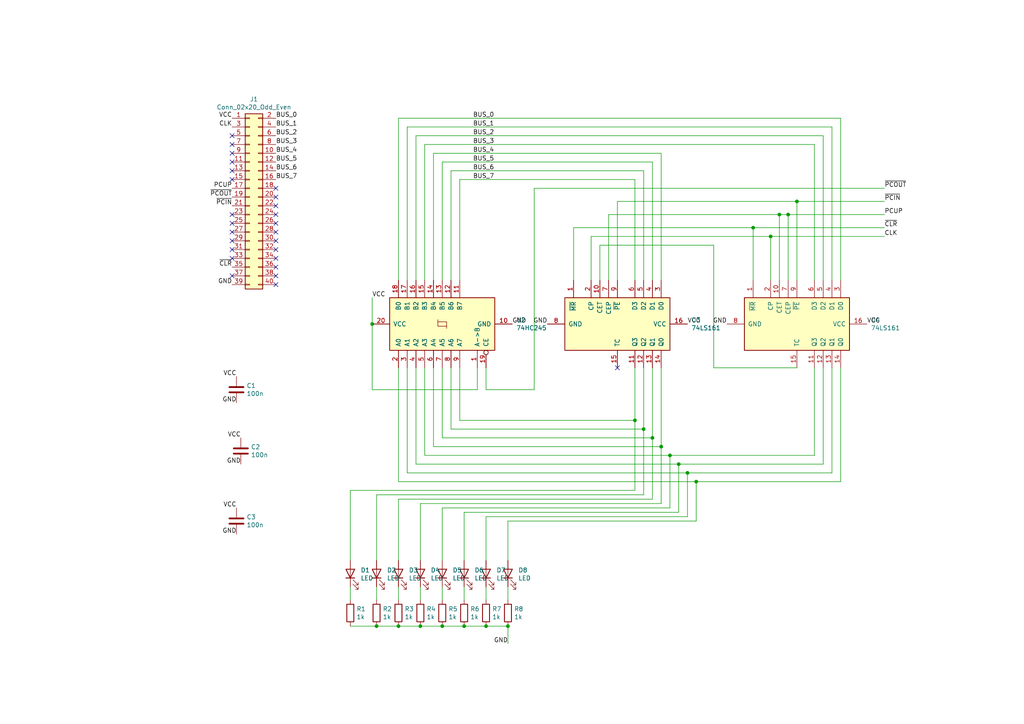
<source format=kicad_sch>
(kicad_sch (version 20211123) (generator eeschema)

  (uuid 77ed3941-d133-4aef-a9af-5a39322d14eb)

  (paper "A4")

  (lib_symbols
    (symbol "74xx:74HC245" (pin_names (offset 1.016)) (in_bom yes) (on_board yes)
      (property "Reference" "U" (id 0) (at -7.62 16.51 0)
        (effects (font (size 1.27 1.27)))
      )
      (property "Value" "74HC245" (id 1) (at -7.62 -16.51 0)
        (effects (font (size 1.27 1.27)))
      )
      (property "Footprint" "" (id 2) (at 0 0 0)
        (effects (font (size 1.27 1.27)) hide)
      )
      (property "Datasheet" "http://www.ti.com/lit/gpn/sn74HC245" (id 3) (at 0 0 0)
        (effects (font (size 1.27 1.27)) hide)
      )
      (property "ki_locked" "" (id 4) (at 0 0 0)
        (effects (font (size 1.27 1.27)))
      )
      (property "ki_keywords" "HCMOS BUS 3State" (id 5) (at 0 0 0)
        (effects (font (size 1.27 1.27)) hide)
      )
      (property "ki_description" "Octal BUS Transceivers, 3-State outputs" (id 6) (at 0 0 0)
        (effects (font (size 1.27 1.27)) hide)
      )
      (property "ki_fp_filters" "DIP?20*" (id 7) (at 0 0 0)
        (effects (font (size 1.27 1.27)) hide)
      )
      (symbol "74HC245_1_0"
        (polyline
          (pts
            (xy -0.635 -1.27)
            (xy -0.635 1.27)
            (xy 0.635 1.27)
          )
          (stroke (width 0) (type default) (color 0 0 0 0))
          (fill (type none))
        )
        (polyline
          (pts
            (xy -1.27 -1.27)
            (xy 0.635 -1.27)
            (xy 0.635 1.27)
            (xy 1.27 1.27)
          )
          (stroke (width 0) (type default) (color 0 0 0 0))
          (fill (type none))
        )
        (pin input line (at -12.7 -10.16 0) (length 5.08)
          (name "A->B" (effects (font (size 1.27 1.27))))
          (number "1" (effects (font (size 1.27 1.27))))
        )
        (pin power_in line (at 0 -20.32 90) (length 5.08)
          (name "GND" (effects (font (size 1.27 1.27))))
          (number "10" (effects (font (size 1.27 1.27))))
        )
        (pin tri_state line (at 12.7 -5.08 180) (length 5.08)
          (name "B7" (effects (font (size 1.27 1.27))))
          (number "11" (effects (font (size 1.27 1.27))))
        )
        (pin tri_state line (at 12.7 -2.54 180) (length 5.08)
          (name "B6" (effects (font (size 1.27 1.27))))
          (number "12" (effects (font (size 1.27 1.27))))
        )
        (pin tri_state line (at 12.7 0 180) (length 5.08)
          (name "B5" (effects (font (size 1.27 1.27))))
          (number "13" (effects (font (size 1.27 1.27))))
        )
        (pin tri_state line (at 12.7 2.54 180) (length 5.08)
          (name "B4" (effects (font (size 1.27 1.27))))
          (number "14" (effects (font (size 1.27 1.27))))
        )
        (pin tri_state line (at 12.7 5.08 180) (length 5.08)
          (name "B3" (effects (font (size 1.27 1.27))))
          (number "15" (effects (font (size 1.27 1.27))))
        )
        (pin tri_state line (at 12.7 7.62 180) (length 5.08)
          (name "B2" (effects (font (size 1.27 1.27))))
          (number "16" (effects (font (size 1.27 1.27))))
        )
        (pin tri_state line (at 12.7 10.16 180) (length 5.08)
          (name "B1" (effects (font (size 1.27 1.27))))
          (number "17" (effects (font (size 1.27 1.27))))
        )
        (pin tri_state line (at 12.7 12.7 180) (length 5.08)
          (name "B0" (effects (font (size 1.27 1.27))))
          (number "18" (effects (font (size 1.27 1.27))))
        )
        (pin input inverted (at -12.7 -12.7 0) (length 5.08)
          (name "CE" (effects (font (size 1.27 1.27))))
          (number "19" (effects (font (size 1.27 1.27))))
        )
        (pin tri_state line (at -12.7 12.7 0) (length 5.08)
          (name "A0" (effects (font (size 1.27 1.27))))
          (number "2" (effects (font (size 1.27 1.27))))
        )
        (pin power_in line (at 0 20.32 270) (length 5.08)
          (name "VCC" (effects (font (size 1.27 1.27))))
          (number "20" (effects (font (size 1.27 1.27))))
        )
        (pin tri_state line (at -12.7 10.16 0) (length 5.08)
          (name "A1" (effects (font (size 1.27 1.27))))
          (number "3" (effects (font (size 1.27 1.27))))
        )
        (pin tri_state line (at -12.7 7.62 0) (length 5.08)
          (name "A2" (effects (font (size 1.27 1.27))))
          (number "4" (effects (font (size 1.27 1.27))))
        )
        (pin tri_state line (at -12.7 5.08 0) (length 5.08)
          (name "A3" (effects (font (size 1.27 1.27))))
          (number "5" (effects (font (size 1.27 1.27))))
        )
        (pin tri_state line (at -12.7 2.54 0) (length 5.08)
          (name "A4" (effects (font (size 1.27 1.27))))
          (number "6" (effects (font (size 1.27 1.27))))
        )
        (pin tri_state line (at -12.7 0 0) (length 5.08)
          (name "A5" (effects (font (size 1.27 1.27))))
          (number "7" (effects (font (size 1.27 1.27))))
        )
        (pin tri_state line (at -12.7 -2.54 0) (length 5.08)
          (name "A6" (effects (font (size 1.27 1.27))))
          (number "8" (effects (font (size 1.27 1.27))))
        )
        (pin tri_state line (at -12.7 -5.08 0) (length 5.08)
          (name "A7" (effects (font (size 1.27 1.27))))
          (number "9" (effects (font (size 1.27 1.27))))
        )
      )
      (symbol "74HC245_1_1"
        (rectangle (start -7.62 15.24) (end 7.62 -15.24)
          (stroke (width 0.254) (type default) (color 0 0 0 0))
          (fill (type background))
        )
      )
    )
    (symbol "74xx:74LS161" (pin_names (offset 1.016)) (in_bom yes) (on_board yes)
      (property "Reference" "U" (id 0) (at -7.62 16.51 0)
        (effects (font (size 1.27 1.27)))
      )
      (property "Value" "74LS161" (id 1) (at -7.62 -16.51 0)
        (effects (font (size 1.27 1.27)))
      )
      (property "Footprint" "" (id 2) (at 0 0 0)
        (effects (font (size 1.27 1.27)) hide)
      )
      (property "Datasheet" "http://www.ti.com/lit/gpn/sn74LS161" (id 3) (at 0 0 0)
        (effects (font (size 1.27 1.27)) hide)
      )
      (property "ki_locked" "" (id 4) (at 0 0 0)
        (effects (font (size 1.27 1.27)))
      )
      (property "ki_keywords" "TTL CNT CNT4" (id 5) (at 0 0 0)
        (effects (font (size 1.27 1.27)) hide)
      )
      (property "ki_description" "Synchronous 4-bit programmable binary Counter" (id 6) (at 0 0 0)
        (effects (font (size 1.27 1.27)) hide)
      )
      (property "ki_fp_filters" "DIP?16*" (id 7) (at 0 0 0)
        (effects (font (size 1.27 1.27)) hide)
      )
      (symbol "74LS161_1_0"
        (pin input line (at -12.7 -12.7 0) (length 5.08)
          (name "~{MR}" (effects (font (size 1.27 1.27))))
          (number "1" (effects (font (size 1.27 1.27))))
        )
        (pin input line (at -12.7 -5.08 0) (length 5.08)
          (name "CET" (effects (font (size 1.27 1.27))))
          (number "10" (effects (font (size 1.27 1.27))))
        )
        (pin output line (at 12.7 5.08 180) (length 5.08)
          (name "Q3" (effects (font (size 1.27 1.27))))
          (number "11" (effects (font (size 1.27 1.27))))
        )
        (pin output line (at 12.7 7.62 180) (length 5.08)
          (name "Q2" (effects (font (size 1.27 1.27))))
          (number "12" (effects (font (size 1.27 1.27))))
        )
        (pin output line (at 12.7 10.16 180) (length 5.08)
          (name "Q1" (effects (font (size 1.27 1.27))))
          (number "13" (effects (font (size 1.27 1.27))))
        )
        (pin output line (at 12.7 12.7 180) (length 5.08)
          (name "Q0" (effects (font (size 1.27 1.27))))
          (number "14" (effects (font (size 1.27 1.27))))
        )
        (pin output line (at 12.7 0 180) (length 5.08)
          (name "TC" (effects (font (size 1.27 1.27))))
          (number "15" (effects (font (size 1.27 1.27))))
        )
        (pin power_in line (at 0 20.32 270) (length 5.08)
          (name "VCC" (effects (font (size 1.27 1.27))))
          (number "16" (effects (font (size 1.27 1.27))))
        )
        (pin input line (at -12.7 -7.62 0) (length 5.08)
          (name "CP" (effects (font (size 1.27 1.27))))
          (number "2" (effects (font (size 1.27 1.27))))
        )
        (pin input line (at -12.7 12.7 0) (length 5.08)
          (name "D0" (effects (font (size 1.27 1.27))))
          (number "3" (effects (font (size 1.27 1.27))))
        )
        (pin input line (at -12.7 10.16 0) (length 5.08)
          (name "D1" (effects (font (size 1.27 1.27))))
          (number "4" (effects (font (size 1.27 1.27))))
        )
        (pin input line (at -12.7 7.62 0) (length 5.08)
          (name "D2" (effects (font (size 1.27 1.27))))
          (number "5" (effects (font (size 1.27 1.27))))
        )
        (pin input line (at -12.7 5.08 0) (length 5.08)
          (name "D3" (effects (font (size 1.27 1.27))))
          (number "6" (effects (font (size 1.27 1.27))))
        )
        (pin input line (at -12.7 -2.54 0) (length 5.08)
          (name "CEP" (effects (font (size 1.27 1.27))))
          (number "7" (effects (font (size 1.27 1.27))))
        )
        (pin power_in line (at 0 -20.32 90) (length 5.08)
          (name "GND" (effects (font (size 1.27 1.27))))
          (number "8" (effects (font (size 1.27 1.27))))
        )
        (pin input line (at -12.7 0 0) (length 5.08)
          (name "~{PE}" (effects (font (size 1.27 1.27))))
          (number "9" (effects (font (size 1.27 1.27))))
        )
      )
      (symbol "74LS161_1_1"
        (rectangle (start -7.62 15.24) (end 7.62 -15.24)
          (stroke (width 0.254) (type default) (color 0 0 0 0))
          (fill (type background))
        )
      )
    )
    (symbol "Connector_Generic:Conn_02x20_Odd_Even" (pin_names (offset 1.016) hide) (in_bom yes) (on_board yes)
      (property "Reference" "J" (id 0) (at 1.27 25.4 0)
        (effects (font (size 1.27 1.27)))
      )
      (property "Value" "Conn_02x20_Odd_Even" (id 1) (at 1.27 -27.94 0)
        (effects (font (size 1.27 1.27)))
      )
      (property "Footprint" "" (id 2) (at 0 0 0)
        (effects (font (size 1.27 1.27)) hide)
      )
      (property "Datasheet" "~" (id 3) (at 0 0 0)
        (effects (font (size 1.27 1.27)) hide)
      )
      (property "ki_keywords" "connector" (id 4) (at 0 0 0)
        (effects (font (size 1.27 1.27)) hide)
      )
      (property "ki_description" "Generic connector, double row, 02x20, odd/even pin numbering scheme (row 1 odd numbers, row 2 even numbers), script generated (kicad-library-utils/schlib/autogen/connector/)" (id 5) (at 0 0 0)
        (effects (font (size 1.27 1.27)) hide)
      )
      (property "ki_fp_filters" "Connector*:*_2x??_*" (id 6) (at 0 0 0)
        (effects (font (size 1.27 1.27)) hide)
      )
      (symbol "Conn_02x20_Odd_Even_1_1"
        (rectangle (start -1.27 -25.273) (end 0 -25.527)
          (stroke (width 0.1524) (type default) (color 0 0 0 0))
          (fill (type none))
        )
        (rectangle (start -1.27 -22.733) (end 0 -22.987)
          (stroke (width 0.1524) (type default) (color 0 0 0 0))
          (fill (type none))
        )
        (rectangle (start -1.27 -20.193) (end 0 -20.447)
          (stroke (width 0.1524) (type default) (color 0 0 0 0))
          (fill (type none))
        )
        (rectangle (start -1.27 -17.653) (end 0 -17.907)
          (stroke (width 0.1524) (type default) (color 0 0 0 0))
          (fill (type none))
        )
        (rectangle (start -1.27 -15.113) (end 0 -15.367)
          (stroke (width 0.1524) (type default) (color 0 0 0 0))
          (fill (type none))
        )
        (rectangle (start -1.27 -12.573) (end 0 -12.827)
          (stroke (width 0.1524) (type default) (color 0 0 0 0))
          (fill (type none))
        )
        (rectangle (start -1.27 -10.033) (end 0 -10.287)
          (stroke (width 0.1524) (type default) (color 0 0 0 0))
          (fill (type none))
        )
        (rectangle (start -1.27 -7.493) (end 0 -7.747)
          (stroke (width 0.1524) (type default) (color 0 0 0 0))
          (fill (type none))
        )
        (rectangle (start -1.27 -4.953) (end 0 -5.207)
          (stroke (width 0.1524) (type default) (color 0 0 0 0))
          (fill (type none))
        )
        (rectangle (start -1.27 -2.413) (end 0 -2.667)
          (stroke (width 0.1524) (type default) (color 0 0 0 0))
          (fill (type none))
        )
        (rectangle (start -1.27 0.127) (end 0 -0.127)
          (stroke (width 0.1524) (type default) (color 0 0 0 0))
          (fill (type none))
        )
        (rectangle (start -1.27 2.667) (end 0 2.413)
          (stroke (width 0.1524) (type default) (color 0 0 0 0))
          (fill (type none))
        )
        (rectangle (start -1.27 5.207) (end 0 4.953)
          (stroke (width 0.1524) (type default) (color 0 0 0 0))
          (fill (type none))
        )
        (rectangle (start -1.27 7.747) (end 0 7.493)
          (stroke (width 0.1524) (type default) (color 0 0 0 0))
          (fill (type none))
        )
        (rectangle (start -1.27 10.287) (end 0 10.033)
          (stroke (width 0.1524) (type default) (color 0 0 0 0))
          (fill (type none))
        )
        (rectangle (start -1.27 12.827) (end 0 12.573)
          (stroke (width 0.1524) (type default) (color 0 0 0 0))
          (fill (type none))
        )
        (rectangle (start -1.27 15.367) (end 0 15.113)
          (stroke (width 0.1524) (type default) (color 0 0 0 0))
          (fill (type none))
        )
        (rectangle (start -1.27 17.907) (end 0 17.653)
          (stroke (width 0.1524) (type default) (color 0 0 0 0))
          (fill (type none))
        )
        (rectangle (start -1.27 20.447) (end 0 20.193)
          (stroke (width 0.1524) (type default) (color 0 0 0 0))
          (fill (type none))
        )
        (rectangle (start -1.27 22.987) (end 0 22.733)
          (stroke (width 0.1524) (type default) (color 0 0 0 0))
          (fill (type none))
        )
        (rectangle (start -1.27 24.13) (end 3.81 -26.67)
          (stroke (width 0.254) (type default) (color 0 0 0 0))
          (fill (type background))
        )
        (rectangle (start 3.81 -25.273) (end 2.54 -25.527)
          (stroke (width 0.1524) (type default) (color 0 0 0 0))
          (fill (type none))
        )
        (rectangle (start 3.81 -22.733) (end 2.54 -22.987)
          (stroke (width 0.1524) (type default) (color 0 0 0 0))
          (fill (type none))
        )
        (rectangle (start 3.81 -20.193) (end 2.54 -20.447)
          (stroke (width 0.1524) (type default) (color 0 0 0 0))
          (fill (type none))
        )
        (rectangle (start 3.81 -17.653) (end 2.54 -17.907)
          (stroke (width 0.1524) (type default) (color 0 0 0 0))
          (fill (type none))
        )
        (rectangle (start 3.81 -15.113) (end 2.54 -15.367)
          (stroke (width 0.1524) (type default) (color 0 0 0 0))
          (fill (type none))
        )
        (rectangle (start 3.81 -12.573) (end 2.54 -12.827)
          (stroke (width 0.1524) (type default) (color 0 0 0 0))
          (fill (type none))
        )
        (rectangle (start 3.81 -10.033) (end 2.54 -10.287)
          (stroke (width 0.1524) (type default) (color 0 0 0 0))
          (fill (type none))
        )
        (rectangle (start 3.81 -7.493) (end 2.54 -7.747)
          (stroke (width 0.1524) (type default) (color 0 0 0 0))
          (fill (type none))
        )
        (rectangle (start 3.81 -4.953) (end 2.54 -5.207)
          (stroke (width 0.1524) (type default) (color 0 0 0 0))
          (fill (type none))
        )
        (rectangle (start 3.81 -2.413) (end 2.54 -2.667)
          (stroke (width 0.1524) (type default) (color 0 0 0 0))
          (fill (type none))
        )
        (rectangle (start 3.81 0.127) (end 2.54 -0.127)
          (stroke (width 0.1524) (type default) (color 0 0 0 0))
          (fill (type none))
        )
        (rectangle (start 3.81 2.667) (end 2.54 2.413)
          (stroke (width 0.1524) (type default) (color 0 0 0 0))
          (fill (type none))
        )
        (rectangle (start 3.81 5.207) (end 2.54 4.953)
          (stroke (width 0.1524) (type default) (color 0 0 0 0))
          (fill (type none))
        )
        (rectangle (start 3.81 7.747) (end 2.54 7.493)
          (stroke (width 0.1524) (type default) (color 0 0 0 0))
          (fill (type none))
        )
        (rectangle (start 3.81 10.287) (end 2.54 10.033)
          (stroke (width 0.1524) (type default) (color 0 0 0 0))
          (fill (type none))
        )
        (rectangle (start 3.81 12.827) (end 2.54 12.573)
          (stroke (width 0.1524) (type default) (color 0 0 0 0))
          (fill (type none))
        )
        (rectangle (start 3.81 15.367) (end 2.54 15.113)
          (stroke (width 0.1524) (type default) (color 0 0 0 0))
          (fill (type none))
        )
        (rectangle (start 3.81 17.907) (end 2.54 17.653)
          (stroke (width 0.1524) (type default) (color 0 0 0 0))
          (fill (type none))
        )
        (rectangle (start 3.81 20.447) (end 2.54 20.193)
          (stroke (width 0.1524) (type default) (color 0 0 0 0))
          (fill (type none))
        )
        (rectangle (start 3.81 22.987) (end 2.54 22.733)
          (stroke (width 0.1524) (type default) (color 0 0 0 0))
          (fill (type none))
        )
        (pin passive line (at -5.08 22.86 0) (length 3.81)
          (name "Pin_1" (effects (font (size 1.27 1.27))))
          (number "1" (effects (font (size 1.27 1.27))))
        )
        (pin passive line (at 7.62 12.7 180) (length 3.81)
          (name "Pin_10" (effects (font (size 1.27 1.27))))
          (number "10" (effects (font (size 1.27 1.27))))
        )
        (pin passive line (at -5.08 10.16 0) (length 3.81)
          (name "Pin_11" (effects (font (size 1.27 1.27))))
          (number "11" (effects (font (size 1.27 1.27))))
        )
        (pin passive line (at 7.62 10.16 180) (length 3.81)
          (name "Pin_12" (effects (font (size 1.27 1.27))))
          (number "12" (effects (font (size 1.27 1.27))))
        )
        (pin passive line (at -5.08 7.62 0) (length 3.81)
          (name "Pin_13" (effects (font (size 1.27 1.27))))
          (number "13" (effects (font (size 1.27 1.27))))
        )
        (pin passive line (at 7.62 7.62 180) (length 3.81)
          (name "Pin_14" (effects (font (size 1.27 1.27))))
          (number "14" (effects (font (size 1.27 1.27))))
        )
        (pin passive line (at -5.08 5.08 0) (length 3.81)
          (name "Pin_15" (effects (font (size 1.27 1.27))))
          (number "15" (effects (font (size 1.27 1.27))))
        )
        (pin passive line (at 7.62 5.08 180) (length 3.81)
          (name "Pin_16" (effects (font (size 1.27 1.27))))
          (number "16" (effects (font (size 1.27 1.27))))
        )
        (pin passive line (at -5.08 2.54 0) (length 3.81)
          (name "Pin_17" (effects (font (size 1.27 1.27))))
          (number "17" (effects (font (size 1.27 1.27))))
        )
        (pin passive line (at 7.62 2.54 180) (length 3.81)
          (name "Pin_18" (effects (font (size 1.27 1.27))))
          (number "18" (effects (font (size 1.27 1.27))))
        )
        (pin passive line (at -5.08 0 0) (length 3.81)
          (name "Pin_19" (effects (font (size 1.27 1.27))))
          (number "19" (effects (font (size 1.27 1.27))))
        )
        (pin passive line (at 7.62 22.86 180) (length 3.81)
          (name "Pin_2" (effects (font (size 1.27 1.27))))
          (number "2" (effects (font (size 1.27 1.27))))
        )
        (pin passive line (at 7.62 0 180) (length 3.81)
          (name "Pin_20" (effects (font (size 1.27 1.27))))
          (number "20" (effects (font (size 1.27 1.27))))
        )
        (pin passive line (at -5.08 -2.54 0) (length 3.81)
          (name "Pin_21" (effects (font (size 1.27 1.27))))
          (number "21" (effects (font (size 1.27 1.27))))
        )
        (pin passive line (at 7.62 -2.54 180) (length 3.81)
          (name "Pin_22" (effects (font (size 1.27 1.27))))
          (number "22" (effects (font (size 1.27 1.27))))
        )
        (pin passive line (at -5.08 -5.08 0) (length 3.81)
          (name "Pin_23" (effects (font (size 1.27 1.27))))
          (number "23" (effects (font (size 1.27 1.27))))
        )
        (pin passive line (at 7.62 -5.08 180) (length 3.81)
          (name "Pin_24" (effects (font (size 1.27 1.27))))
          (number "24" (effects (font (size 1.27 1.27))))
        )
        (pin passive line (at -5.08 -7.62 0) (length 3.81)
          (name "Pin_25" (effects (font (size 1.27 1.27))))
          (number "25" (effects (font (size 1.27 1.27))))
        )
        (pin passive line (at 7.62 -7.62 180) (length 3.81)
          (name "Pin_26" (effects (font (size 1.27 1.27))))
          (number "26" (effects (font (size 1.27 1.27))))
        )
        (pin passive line (at -5.08 -10.16 0) (length 3.81)
          (name "Pin_27" (effects (font (size 1.27 1.27))))
          (number "27" (effects (font (size 1.27 1.27))))
        )
        (pin passive line (at 7.62 -10.16 180) (length 3.81)
          (name "Pin_28" (effects (font (size 1.27 1.27))))
          (number "28" (effects (font (size 1.27 1.27))))
        )
        (pin passive line (at -5.08 -12.7 0) (length 3.81)
          (name "Pin_29" (effects (font (size 1.27 1.27))))
          (number "29" (effects (font (size 1.27 1.27))))
        )
        (pin passive line (at -5.08 20.32 0) (length 3.81)
          (name "Pin_3" (effects (font (size 1.27 1.27))))
          (number "3" (effects (font (size 1.27 1.27))))
        )
        (pin passive line (at 7.62 -12.7 180) (length 3.81)
          (name "Pin_30" (effects (font (size 1.27 1.27))))
          (number "30" (effects (font (size 1.27 1.27))))
        )
        (pin passive line (at -5.08 -15.24 0) (length 3.81)
          (name "Pin_31" (effects (font (size 1.27 1.27))))
          (number "31" (effects (font (size 1.27 1.27))))
        )
        (pin passive line (at 7.62 -15.24 180) (length 3.81)
          (name "Pin_32" (effects (font (size 1.27 1.27))))
          (number "32" (effects (font (size 1.27 1.27))))
        )
        (pin passive line (at -5.08 -17.78 0) (length 3.81)
          (name "Pin_33" (effects (font (size 1.27 1.27))))
          (number "33" (effects (font (size 1.27 1.27))))
        )
        (pin passive line (at 7.62 -17.78 180) (length 3.81)
          (name "Pin_34" (effects (font (size 1.27 1.27))))
          (number "34" (effects (font (size 1.27 1.27))))
        )
        (pin passive line (at -5.08 -20.32 0) (length 3.81)
          (name "Pin_35" (effects (font (size 1.27 1.27))))
          (number "35" (effects (font (size 1.27 1.27))))
        )
        (pin passive line (at 7.62 -20.32 180) (length 3.81)
          (name "Pin_36" (effects (font (size 1.27 1.27))))
          (number "36" (effects (font (size 1.27 1.27))))
        )
        (pin passive line (at -5.08 -22.86 0) (length 3.81)
          (name "Pin_37" (effects (font (size 1.27 1.27))))
          (number "37" (effects (font (size 1.27 1.27))))
        )
        (pin passive line (at 7.62 -22.86 180) (length 3.81)
          (name "Pin_38" (effects (font (size 1.27 1.27))))
          (number "38" (effects (font (size 1.27 1.27))))
        )
        (pin passive line (at -5.08 -25.4 0) (length 3.81)
          (name "Pin_39" (effects (font (size 1.27 1.27))))
          (number "39" (effects (font (size 1.27 1.27))))
        )
        (pin passive line (at 7.62 20.32 180) (length 3.81)
          (name "Pin_4" (effects (font (size 1.27 1.27))))
          (number "4" (effects (font (size 1.27 1.27))))
        )
        (pin passive line (at 7.62 -25.4 180) (length 3.81)
          (name "Pin_40" (effects (font (size 1.27 1.27))))
          (number "40" (effects (font (size 1.27 1.27))))
        )
        (pin passive line (at -5.08 17.78 0) (length 3.81)
          (name "Pin_5" (effects (font (size 1.27 1.27))))
          (number "5" (effects (font (size 1.27 1.27))))
        )
        (pin passive line (at 7.62 17.78 180) (length 3.81)
          (name "Pin_6" (effects (font (size 1.27 1.27))))
          (number "6" (effects (font (size 1.27 1.27))))
        )
        (pin passive line (at -5.08 15.24 0) (length 3.81)
          (name "Pin_7" (effects (font (size 1.27 1.27))))
          (number "7" (effects (font (size 1.27 1.27))))
        )
        (pin passive line (at 7.62 15.24 180) (length 3.81)
          (name "Pin_8" (effects (font (size 1.27 1.27))))
          (number "8" (effects (font (size 1.27 1.27))))
        )
        (pin passive line (at -5.08 12.7 0) (length 3.81)
          (name "Pin_9" (effects (font (size 1.27 1.27))))
          (number "9" (effects (font (size 1.27 1.27))))
        )
      )
    )
    (symbol "Device:C" (pin_numbers hide) (pin_names (offset 0.254)) (in_bom yes) (on_board yes)
      (property "Reference" "C" (id 0) (at 0.635 2.54 0)
        (effects (font (size 1.27 1.27)) (justify left))
      )
      (property "Value" "C" (id 1) (at 0.635 -2.54 0)
        (effects (font (size 1.27 1.27)) (justify left))
      )
      (property "Footprint" "" (id 2) (at 0.9652 -3.81 0)
        (effects (font (size 1.27 1.27)) hide)
      )
      (property "Datasheet" "~" (id 3) (at 0 0 0)
        (effects (font (size 1.27 1.27)) hide)
      )
      (property "ki_keywords" "cap capacitor" (id 4) (at 0 0 0)
        (effects (font (size 1.27 1.27)) hide)
      )
      (property "ki_description" "Unpolarized capacitor" (id 5) (at 0 0 0)
        (effects (font (size 1.27 1.27)) hide)
      )
      (property "ki_fp_filters" "C_*" (id 6) (at 0 0 0)
        (effects (font (size 1.27 1.27)) hide)
      )
      (symbol "C_0_1"
        (polyline
          (pts
            (xy -2.032 -0.762)
            (xy 2.032 -0.762)
          )
          (stroke (width 0.508) (type default) (color 0 0 0 0))
          (fill (type none))
        )
        (polyline
          (pts
            (xy -2.032 0.762)
            (xy 2.032 0.762)
          )
          (stroke (width 0.508) (type default) (color 0 0 0 0))
          (fill (type none))
        )
      )
      (symbol "C_1_1"
        (pin passive line (at 0 3.81 270) (length 2.794)
          (name "~" (effects (font (size 1.27 1.27))))
          (number "1" (effects (font (size 1.27 1.27))))
        )
        (pin passive line (at 0 -3.81 90) (length 2.794)
          (name "~" (effects (font (size 1.27 1.27))))
          (number "2" (effects (font (size 1.27 1.27))))
        )
      )
    )
    (symbol "Device:LED" (pin_numbers hide) (pin_names (offset 1.016) hide) (in_bom yes) (on_board yes)
      (property "Reference" "D" (id 0) (at 0 2.54 0)
        (effects (font (size 1.27 1.27)))
      )
      (property "Value" "LED" (id 1) (at 0 -2.54 0)
        (effects (font (size 1.27 1.27)))
      )
      (property "Footprint" "" (id 2) (at 0 0 0)
        (effects (font (size 1.27 1.27)) hide)
      )
      (property "Datasheet" "~" (id 3) (at 0 0 0)
        (effects (font (size 1.27 1.27)) hide)
      )
      (property "ki_keywords" "LED diode" (id 4) (at 0 0 0)
        (effects (font (size 1.27 1.27)) hide)
      )
      (property "ki_description" "Light emitting diode" (id 5) (at 0 0 0)
        (effects (font (size 1.27 1.27)) hide)
      )
      (property "ki_fp_filters" "LED* LED_SMD:* LED_THT:*" (id 6) (at 0 0 0)
        (effects (font (size 1.27 1.27)) hide)
      )
      (symbol "LED_0_1"
        (polyline
          (pts
            (xy -1.27 -1.27)
            (xy -1.27 1.27)
          )
          (stroke (width 0.254) (type default) (color 0 0 0 0))
          (fill (type none))
        )
        (polyline
          (pts
            (xy -1.27 0)
            (xy 1.27 0)
          )
          (stroke (width 0) (type default) (color 0 0 0 0))
          (fill (type none))
        )
        (polyline
          (pts
            (xy 1.27 -1.27)
            (xy 1.27 1.27)
            (xy -1.27 0)
            (xy 1.27 -1.27)
          )
          (stroke (width 0.254) (type default) (color 0 0 0 0))
          (fill (type none))
        )
        (polyline
          (pts
            (xy -3.048 -0.762)
            (xy -4.572 -2.286)
            (xy -3.81 -2.286)
            (xy -4.572 -2.286)
            (xy -4.572 -1.524)
          )
          (stroke (width 0) (type default) (color 0 0 0 0))
          (fill (type none))
        )
        (polyline
          (pts
            (xy -1.778 -0.762)
            (xy -3.302 -2.286)
            (xy -2.54 -2.286)
            (xy -3.302 -2.286)
            (xy -3.302 -1.524)
          )
          (stroke (width 0) (type default) (color 0 0 0 0))
          (fill (type none))
        )
      )
      (symbol "LED_1_1"
        (pin passive line (at -3.81 0 0) (length 2.54)
          (name "K" (effects (font (size 1.27 1.27))))
          (number "1" (effects (font (size 1.27 1.27))))
        )
        (pin passive line (at 3.81 0 180) (length 2.54)
          (name "A" (effects (font (size 1.27 1.27))))
          (number "2" (effects (font (size 1.27 1.27))))
        )
      )
    )
    (symbol "Device:R" (pin_numbers hide) (pin_names (offset 0)) (in_bom yes) (on_board yes)
      (property "Reference" "R" (id 0) (at 2.032 0 90)
        (effects (font (size 1.27 1.27)))
      )
      (property "Value" "R" (id 1) (at 0 0 90)
        (effects (font (size 1.27 1.27)))
      )
      (property "Footprint" "" (id 2) (at -1.778 0 90)
        (effects (font (size 1.27 1.27)) hide)
      )
      (property "Datasheet" "~" (id 3) (at 0 0 0)
        (effects (font (size 1.27 1.27)) hide)
      )
      (property "ki_keywords" "R res resistor" (id 4) (at 0 0 0)
        (effects (font (size 1.27 1.27)) hide)
      )
      (property "ki_description" "Resistor" (id 5) (at 0 0 0)
        (effects (font (size 1.27 1.27)) hide)
      )
      (property "ki_fp_filters" "R_*" (id 6) (at 0 0 0)
        (effects (font (size 1.27 1.27)) hide)
      )
      (symbol "R_0_1"
        (rectangle (start -1.016 -2.54) (end 1.016 2.54)
          (stroke (width 0.254) (type default) (color 0 0 0 0))
          (fill (type none))
        )
      )
      (symbol "R_1_1"
        (pin passive line (at 0 3.81 270) (length 1.27)
          (name "~" (effects (font (size 1.27 1.27))))
          (number "1" (effects (font (size 1.27 1.27))))
        )
        (pin passive line (at 0 -3.81 90) (length 1.27)
          (name "~" (effects (font (size 1.27 1.27))))
          (number "2" (effects (font (size 1.27 1.27))))
        )
      )
    )
  )

  (junction (at 147.32 181.61) (diameter 0) (color 0 0 0 0)
    (uuid 0351df45-d042-41d4-ba35-88092c7be2fc)
  )
  (junction (at 199.39 137.16) (diameter 0) (color 0 0 0 0)
    (uuid 08a7c925-7fae-4530-b0c9-120e185cb318)
  )
  (junction (at 228.6 62.23) (diameter 0) (color 0 0 0 0)
    (uuid 1831fb37-1c5d-42c4-b898-151be6fca9dc)
  )
  (junction (at 194.31 132.08) (diameter 0) (color 0 0 0 0)
    (uuid 2d6db888-4e40-41c8-b701-07170fc894bc)
  )
  (junction (at 218.44 66.04) (diameter 0) (color 0 0 0 0)
    (uuid 48ab88d7-7084-4d02-b109-3ad55a30bb11)
  )
  (junction (at 196.85 134.62) (diameter 0) (color 0 0 0 0)
    (uuid 5528bcad-2950-4673-90eb-c37e6952c475)
  )
  (junction (at 121.92 181.61) (diameter 0) (color 0 0 0 0)
    (uuid 5ca4be1c-537e-4a4a-b344-d0c8ffde8546)
  )
  (junction (at 186.69 124.46) (diameter 0) (color 0 0 0 0)
    (uuid 61fe293f-6808-4b7f-9340-9aaac7054a97)
  )
  (junction (at 140.97 181.61) (diameter 0) (color 0 0 0 0)
    (uuid 676efd2f-1c48-4786-9e4b-2444f1e8f6ff)
  )
  (junction (at 226.06 62.23) (diameter 0) (color 0 0 0 0)
    (uuid 6c2e273e-743c-4f1e-a647-4171f8122550)
  )
  (junction (at 128.27 181.61) (diameter 0) (color 0 0 0 0)
    (uuid 6c67e4f6-9d04-4539-b356-b76e915ce848)
  )
  (junction (at 223.52 68.58) (diameter 0) (color 0 0 0 0)
    (uuid 704d6d51-bb34-4cbf-83d8-841e208048d8)
  )
  (junction (at 115.57 181.61) (diameter 0) (color 0 0 0 0)
    (uuid 853ee787-6e2c-4f32-bc75-6c17337dd3d5)
  )
  (junction (at 109.22 181.61) (diameter 0) (color 0 0 0 0)
    (uuid 9cb12cc8-7f1a-4a01-9256-c119f11a8a02)
  )
  (junction (at 189.23 127) (diameter 0) (color 0 0 0 0)
    (uuid 9e1b837f-0d34-4a18-9644-9ee68f141f46)
  )
  (junction (at 231.14 58.42) (diameter 0) (color 0 0 0 0)
    (uuid a1823eb2-fb0d-4ed8-8b96-04184ac3a9d5)
  )
  (junction (at 107.95 93.98) (diameter 0) (color 0 0 0 0)
    (uuid aa2ea573-3f20-43c1-aa99-1f9c6031a9aa)
  )
  (junction (at 184.15 121.92) (diameter 0) (color 0 0 0 0)
    (uuid bd5408e4-362d-4e43-9d39-78fb99eb52c8)
  )
  (junction (at 201.93 139.7) (diameter 0) (color 0 0 0 0)
    (uuid cbd8faed-e1f8-4406-87c8-58b2c504a5d4)
  )
  (junction (at 134.62 181.61) (diameter 0) (color 0 0 0 0)
    (uuid cfa5c16e-7859-460d-a0b8-cea7d7ea629c)
  )
  (junction (at 191.77 129.54) (diameter 0) (color 0 0 0 0)
    (uuid ee27d19c-8dca-4ac8-a760-6dfd54d28071)
  )

  (no_connect (at 80.01 74.93) (uuid 101ef598-601d-400e-9ef6-d655fbb1dbfa))
  (no_connect (at 67.31 62.23) (uuid 15fe8f3d-6077-4e0e-81d0-8ec3f4538981))
  (no_connect (at 80.01 57.15) (uuid 1e518c2a-4cb7-4599-a1fa-5b9f847da7d3))
  (no_connect (at 179.07 106.68) (uuid 2d210a96-f81f-42a9-8bf4-1b43c11086f3))
  (no_connect (at 67.31 39.37) (uuid 34a74736-156e-4bf3-9200-cd137cfa59da))
  (no_connect (at 67.31 72.39) (uuid 35a9f71f-ba35-47f6-814e-4106ac36c51e))
  (no_connect (at 67.31 49.53) (uuid 3a52f112-cb97-43db-aaeb-20afe27664d7))
  (no_connect (at 67.31 52.07) (uuid 41acfe41-fac7-432a-a7a3-946566e2d504))
  (no_connect (at 67.31 74.93) (uuid 5b34a16c-5a14-4291-8242-ea6d6ac54372))
  (no_connect (at 80.01 59.69) (uuid 644ae9fc-3c8e-4089-866e-a12bf371c3e9))
  (no_connect (at 80.01 64.77) (uuid 65134029-dbd2-409a-85a8-13c2a33ff019))
  (no_connect (at 80.01 80.01) (uuid 6781326c-6e0d-4753-8f28-0f5c687e01f9))
  (no_connect (at 80.01 67.31) (uuid 7f2301df-e4bc-479e-a681-cc59c9a2dbbb))
  (no_connect (at 80.01 72.39) (uuid 7f52d787-caa3-4a92-b1b2-19d554dc29a4))
  (no_connect (at 67.31 44.45) (uuid 8087f566-a94d-4bbc-985b-e49ee7762296))
  (no_connect (at 80.01 82.55) (uuid 814763c2-92e5-4a2c-941c-9bbd073f6e87))
  (no_connect (at 80.01 62.23) (uuid 98c78427-acd5-4f90-9ad6-9f61c4809aec))
  (no_connect (at 67.31 67.31) (uuid 9b3c58a7-a9b9-4498-abc0-f9f43e4f0292))
  (no_connect (at 80.01 69.85) (uuid a8447faf-e0a0-4c4a-ae53-4d4b28669151))
  (no_connect (at 67.31 69.85) (uuid c094494a-f6f7-43fc-a007-4951484ddf3a))
  (no_connect (at 67.31 80.01) (uuid c701ee8e-1214-4781-a973-17bef7b6e3eb))
  (no_connect (at 80.01 77.47) (uuid c8029a4c-945d-42ca-871a-dd73ff50a1a3))
  (no_connect (at 67.31 41.91) (uuid d0d2eee9-31f6-44fa-8149-ebb4dc2dc0dc))
  (no_connect (at 67.31 64.77) (uuid e40e8cef-4fb0-4fc3-be09-3875b2cc8469))
  (no_connect (at 80.01 54.61) (uuid ee41cb8e-512d-41d2-81e1-3c50fff32aeb))
  (no_connect (at 67.31 46.99) (uuid f4eb0267-179f-46c9-b516-9bfb06bac1ba))

  (wire (pts (xy 125.73 129.54) (xy 191.77 129.54))
    (stroke (width 0) (type default) (color 0 0 0 0))
    (uuid 003c2200-0632-4808-a662-8ddd5d30c768)
  )
  (wire (pts (xy 184.15 121.92) (xy 184.15 142.24))
    (stroke (width 0) (type default) (color 0 0 0 0))
    (uuid 0217dfc4-fc13-4699-99ad-d9948522648e)
  )
  (wire (pts (xy 231.14 81.28) (xy 231.14 58.42))
    (stroke (width 0) (type default) (color 0 0 0 0))
    (uuid 03c52831-5dc5-43c5-a442-8d23643b46fb)
  )
  (wire (pts (xy 121.92 146.05) (xy 121.92 162.56))
    (stroke (width 0) (type default) (color 0 0 0 0))
    (uuid 03caada9-9e22-4e2d-9035-b15433dfbb17)
  )
  (wire (pts (xy 179.07 81.28) (xy 179.07 58.42))
    (stroke (width 0) (type default) (color 0 0 0 0))
    (uuid 0b21a65d-d20b-411e-920a-75c343ac5136)
  )
  (wire (pts (xy 223.52 68.58) (xy 256.54 68.58))
    (stroke (width 0) (type default) (color 0 0 0 0))
    (uuid 0eaa98f0-9565-4637-ace3-42a5231b07f7)
  )
  (wire (pts (xy 228.6 62.23) (xy 256.54 62.23))
    (stroke (width 0) (type default) (color 0 0 0 0))
    (uuid 0f22151c-f260-4674-b486-4710a2c42a55)
  )
  (wire (pts (xy 241.3 106.68) (xy 241.3 137.16))
    (stroke (width 0) (type default) (color 0 0 0 0))
    (uuid 0f54db53-a272-4955-88fb-d7ab00657bb0)
  )
  (wire (pts (xy 194.31 147.32) (xy 128.27 147.32))
    (stroke (width 0) (type default) (color 0 0 0 0))
    (uuid 0ff508fd-18da-4ab7-9844-3c8a28c2587e)
  )
  (wire (pts (xy 191.77 81.28) (xy 191.77 44.45))
    (stroke (width 0) (type default) (color 0 0 0 0))
    (uuid 12422a89-3d0c-485c-9386-f77121fd68fd)
  )
  (wire (pts (xy 166.37 66.04) (xy 218.44 66.04))
    (stroke (width 0) (type default) (color 0 0 0 0))
    (uuid 127679a9-3981-4934-815e-896a4e3ff56e)
  )
  (wire (pts (xy 196.85 148.59) (xy 134.62 148.59))
    (stroke (width 0) (type default) (color 0 0 0 0))
    (uuid 13c0ff76-ed71-4cd9-abb0-92c376825d5d)
  )
  (wire (pts (xy 115.57 173.99) (xy 115.57 170.18))
    (stroke (width 0) (type default) (color 0 0 0 0))
    (uuid 14769dc5-8525-4984-8b15-a734ee247efa)
  )
  (wire (pts (xy 109.22 173.99) (xy 109.22 170.18))
    (stroke (width 0) (type default) (color 0 0 0 0))
    (uuid 19c56563-5fe3-442a-885b-418dbc2421eb)
  )
  (wire (pts (xy 189.23 106.68) (xy 189.23 127))
    (stroke (width 0) (type default) (color 0 0 0 0))
    (uuid 1a1ab354-5f85-45f9-938c-9f6c4c8c3ea2)
  )
  (wire (pts (xy 189.23 46.99) (xy 128.27 46.99))
    (stroke (width 0) (type default) (color 0 0 0 0))
    (uuid 1a6d2848-e78e-49fe-8978-e1890f07836f)
  )
  (wire (pts (xy 138.43 113.03) (xy 107.95 113.03))
    (stroke (width 0) (type default) (color 0 0 0 0))
    (uuid 1bf544e3-5940-4576-9291-2464e95c0ee2)
  )
  (wire (pts (xy 154.94 113.03) (xy 154.94 54.61))
    (stroke (width 0) (type default) (color 0 0 0 0))
    (uuid 1d9cdadc-9036-4a95-b6db-fa7b3b74c869)
  )
  (wire (pts (xy 243.84 34.29) (xy 115.57 34.29))
    (stroke (width 0) (type default) (color 0 0 0 0))
    (uuid 1e8701fc-ad24-40ea-846a-e3db538d6077)
  )
  (wire (pts (xy 191.77 129.54) (xy 191.77 146.05))
    (stroke (width 0) (type default) (color 0 0 0 0))
    (uuid 1f3003e6-dce5-420f-906b-3f1e92b67249)
  )
  (wire (pts (xy 101.6 173.99) (xy 101.6 170.18))
    (stroke (width 0) (type default) (color 0 0 0 0))
    (uuid 21ae9c3a-7138-444e-be38-56a4842ab594)
  )
  (wire (pts (xy 125.73 106.68) (xy 125.73 129.54))
    (stroke (width 0) (type default) (color 0 0 0 0))
    (uuid 240e07e1-770b-4b27-894f-29fd601c924d)
  )
  (wire (pts (xy 107.95 93.98) (xy 107.95 86.36))
    (stroke (width 0) (type default) (color 0 0 0 0))
    (uuid 240e5dac-6242-47a5-bbef-f76d11c715c0)
  )
  (wire (pts (xy 184.15 81.28) (xy 184.15 52.07))
    (stroke (width 0) (type default) (color 0 0 0 0))
    (uuid 24f7628d-681d-4f0e-8409-40a129e929d9)
  )
  (wire (pts (xy 243.84 81.28) (xy 243.84 34.29))
    (stroke (width 0) (type default) (color 0 0 0 0))
    (uuid 25d545dc-8f50-4573-922c-35ef5a2a3a19)
  )
  (wire (pts (xy 121.92 181.61) (xy 128.27 181.61))
    (stroke (width 0) (type default) (color 0 0 0 0))
    (uuid 275aa44a-b61f-489f-9e2a-819a0fe0d1eb)
  )
  (wire (pts (xy 231.14 58.42) (xy 256.54 58.42))
    (stroke (width 0) (type default) (color 0 0 0 0))
    (uuid 29e78086-2175-405e-9ba3-c48766d2f50c)
  )
  (wire (pts (xy 133.35 106.68) (xy 133.35 121.92))
    (stroke (width 0) (type default) (color 0 0 0 0))
    (uuid 2f215f15-3d52-4c91-93e6-3ea03a95622f)
  )
  (wire (pts (xy 238.76 134.62) (xy 238.76 106.68))
    (stroke (width 0) (type default) (color 0 0 0 0))
    (uuid 31e08896-1992-4725-96d9-9d2728bca7a3)
  )
  (wire (pts (xy 128.27 147.32) (xy 128.27 162.56))
    (stroke (width 0) (type default) (color 0 0 0 0))
    (uuid 378af8b4-af3d-46e7-89ae-deff12ca9067)
  )
  (wire (pts (xy 134.62 181.61) (xy 140.97 181.61))
    (stroke (width 0) (type default) (color 0 0 0 0))
    (uuid 37e8181c-a81e-498b-b2e2-0aef0c391059)
  )
  (wire (pts (xy 154.94 54.61) (xy 256.54 54.61))
    (stroke (width 0) (type default) (color 0 0 0 0))
    (uuid 3a7648d8-121a-4921-9b92-9b35b76ce39b)
  )
  (wire (pts (xy 107.95 113.03) (xy 107.95 93.98))
    (stroke (width 0) (type default) (color 0 0 0 0))
    (uuid 3aaee4c4-dbf7-49a5-a620-9465d8cc3ae7)
  )
  (wire (pts (xy 179.07 58.42) (xy 231.14 58.42))
    (stroke (width 0) (type default) (color 0 0 0 0))
    (uuid 3cd1bda0-18db-417d-b581-a0c50623df68)
  )
  (wire (pts (xy 184.15 52.07) (xy 133.35 52.07))
    (stroke (width 0) (type default) (color 0 0 0 0))
    (uuid 3e903008-0276-4a73-8edb-5d9dfde6297c)
  )
  (wire (pts (xy 125.73 44.45) (xy 125.73 81.28))
    (stroke (width 0) (type default) (color 0 0 0 0))
    (uuid 40165eda-4ba6-4565-9bb4-b9df6dbb08da)
  )
  (wire (pts (xy 186.69 143.51) (xy 109.22 143.51))
    (stroke (width 0) (type default) (color 0 0 0 0))
    (uuid 40976bf0-19de-460f-ad64-224d4f51e16b)
  )
  (wire (pts (xy 191.77 106.68) (xy 191.77 129.54))
    (stroke (width 0) (type default) (color 0 0 0 0))
    (uuid 42713045-fffd-4b2d-ae1e-7232d705fb12)
  )
  (wire (pts (xy 130.81 49.53) (xy 130.81 81.28))
    (stroke (width 0) (type default) (color 0 0 0 0))
    (uuid 45008225-f50f-4d6b-b508-6730a9408caf)
  )
  (wire (pts (xy 236.22 41.91) (xy 123.19 41.91))
    (stroke (width 0) (type default) (color 0 0 0 0))
    (uuid 4780a290-d25c-4459-9579-eba3f7678762)
  )
  (wire (pts (xy 199.39 137.16) (xy 118.11 137.16))
    (stroke (width 0) (type default) (color 0 0 0 0))
    (uuid 4a4ec8d9-3d72-4952-83d4-808f65849a2b)
  )
  (wire (pts (xy 173.99 71.12) (xy 207.01 71.12))
    (stroke (width 0) (type default) (color 0 0 0 0))
    (uuid 4c8eb964-bdf4-44de-90e9-e2ab82dd5313)
  )
  (wire (pts (xy 115.57 181.61) (xy 121.92 181.61))
    (stroke (width 0) (type default) (color 0 0 0 0))
    (uuid 57c0c267-8bf9-4cc7-b734-d71a239ac313)
  )
  (wire (pts (xy 140.97 173.99) (xy 140.97 170.18))
    (stroke (width 0) (type default) (color 0 0 0 0))
    (uuid 5bcace5d-edd0-4e19-92d0-835e43cf8eb2)
  )
  (wire (pts (xy 189.23 127) (xy 189.23 144.78))
    (stroke (width 0) (type default) (color 0 0 0 0))
    (uuid 639c0e59-e95c-4114-bccd-2e7277505454)
  )
  (wire (pts (xy 130.81 106.68) (xy 130.81 124.46))
    (stroke (width 0) (type default) (color 0 0 0 0))
    (uuid 63ff1c93-3f96-4c33-b498-5dd8c33bccc0)
  )
  (wire (pts (xy 120.65 134.62) (xy 196.85 134.62))
    (stroke (width 0) (type default) (color 0 0 0 0))
    (uuid 6441b183-b8f2-458f-a23d-60e2b1f66dd6)
  )
  (wire (pts (xy 186.69 81.28) (xy 186.69 49.53))
    (stroke (width 0) (type default) (color 0 0 0 0))
    (uuid 6475547d-3216-45a4-a15c-48314f1dd0f9)
  )
  (wire (pts (xy 123.19 132.08) (xy 123.19 106.68))
    (stroke (width 0) (type default) (color 0 0 0 0))
    (uuid 66043bca-a260-4915-9fce-8a51d324c687)
  )
  (wire (pts (xy 226.06 62.23) (xy 228.6 62.23))
    (stroke (width 0) (type default) (color 0 0 0 0))
    (uuid 666713b0-70f4-42df-8761-f65bc212d03b)
  )
  (wire (pts (xy 199.39 137.16) (xy 199.39 149.86))
    (stroke (width 0) (type default) (color 0 0 0 0))
    (uuid 68877d35-b796-44db-9124-b8e744e7412e)
  )
  (wire (pts (xy 218.44 66.04) (xy 256.54 66.04))
    (stroke (width 0) (type default) (color 0 0 0 0))
    (uuid 6a45789b-3855-401f-8139-3c734f7f52f9)
  )
  (wire (pts (xy 140.97 113.03) (xy 154.94 113.03))
    (stroke (width 0) (type default) (color 0 0 0 0))
    (uuid 6bfe5804-2ef9-4c65-b2a7-f01e4014370a)
  )
  (wire (pts (xy 218.44 81.28) (xy 218.44 66.04))
    (stroke (width 0) (type default) (color 0 0 0 0))
    (uuid 6c9b793c-e74d-4754-a2c0-901e73b26f1c)
  )
  (wire (pts (xy 128.27 173.99) (xy 128.27 170.18))
    (stroke (width 0) (type default) (color 0 0 0 0))
    (uuid 6ec113ca-7d27-4b14-a180-1e5e2fd1c167)
  )
  (wire (pts (xy 166.37 81.28) (xy 166.37 66.04))
    (stroke (width 0) (type default) (color 0 0 0 0))
    (uuid 716e31c5-485f-40b5-88e3-a75900da9811)
  )
  (wire (pts (xy 133.35 52.07) (xy 133.35 81.28))
    (stroke (width 0) (type default) (color 0 0 0 0))
    (uuid 75ffc65c-7132-4411-9f2a-ae0c73d79338)
  )
  (wire (pts (xy 186.69 106.68) (xy 186.69 124.46))
    (stroke (width 0) (type default) (color 0 0 0 0))
    (uuid 7aed3a71-054b-4aaa-9c0a-030523c32827)
  )
  (wire (pts (xy 194.31 132.08) (xy 123.19 132.08))
    (stroke (width 0) (type default) (color 0 0 0 0))
    (uuid 7bbf981c-a063-4e30-8911-e4228e1c0743)
  )
  (wire (pts (xy 109.22 181.61) (xy 115.57 181.61))
    (stroke (width 0) (type default) (color 0 0 0 0))
    (uuid 7cee474b-af8f-4832-b07a-c43c1ab0b464)
  )
  (wire (pts (xy 128.27 46.99) (xy 128.27 81.28))
    (stroke (width 0) (type default) (color 0 0 0 0))
    (uuid 7d34f6b1-ab31-49be-b011-c67fe67a8a56)
  )
  (wire (pts (xy 236.22 81.28) (xy 236.22 41.91))
    (stroke (width 0) (type default) (color 0 0 0 0))
    (uuid 7e023245-2c2b-4e2b-bfb9-5d35176e88f2)
  )
  (wire (pts (xy 196.85 134.62) (xy 238.76 134.62))
    (stroke (width 0) (type default) (color 0 0 0 0))
    (uuid 7edc9030-db7b-43ac-a1b3-b87eeacb4c2d)
  )
  (wire (pts (xy 241.3 137.16) (xy 199.39 137.16))
    (stroke (width 0) (type default) (color 0 0 0 0))
    (uuid 80094b70-85ab-4ff6-934b-60d5ee65023a)
  )
  (wire (pts (xy 223.52 81.28) (xy 223.52 68.58))
    (stroke (width 0) (type default) (color 0 0 0 0))
    (uuid 8174b4de-74b1-48db-ab8e-c8432251095b)
  )
  (wire (pts (xy 196.85 134.62) (xy 196.85 148.59))
    (stroke (width 0) (type default) (color 0 0 0 0))
    (uuid 8412992d-8754-44de-9e08-115cec1a3eff)
  )
  (wire (pts (xy 236.22 132.08) (xy 194.31 132.08))
    (stroke (width 0) (type default) (color 0 0 0 0))
    (uuid 852dabbf-de45-4470-8176-59d37a754407)
  )
  (wire (pts (xy 101.6 142.24) (xy 101.6 162.56))
    (stroke (width 0) (type default) (color 0 0 0 0))
    (uuid 8c514922-ffe1-4e37-a260-e807409f2e0d)
  )
  (wire (pts (xy 186.69 49.53) (xy 130.81 49.53))
    (stroke (width 0) (type default) (color 0 0 0 0))
    (uuid 8c6a821f-8e19-48f3-8f44-9b340f7689bc)
  )
  (wire (pts (xy 191.77 146.05) (xy 121.92 146.05))
    (stroke (width 0) (type default) (color 0 0 0 0))
    (uuid 8ca3e20d-bcc7-4c5e-9deb-562dfed9fecb)
  )
  (wire (pts (xy 140.97 181.61) (xy 147.32 181.61))
    (stroke (width 0) (type default) (color 0 0 0 0))
    (uuid 8d9a3ecc-539f-41da-8099-d37cea9c28e7)
  )
  (wire (pts (xy 133.35 121.92) (xy 184.15 121.92))
    (stroke (width 0) (type default) (color 0 0 0 0))
    (uuid 8da933a9-35f8-42e6-8504-d1bab7264306)
  )
  (wire (pts (xy 191.77 44.45) (xy 125.73 44.45))
    (stroke (width 0) (type default) (color 0 0 0 0))
    (uuid 8e06ba1f-e3ba-4eb9-a10e-887dffd566d6)
  )
  (wire (pts (xy 201.93 139.7) (xy 201.93 151.13))
    (stroke (width 0) (type default) (color 0 0 0 0))
    (uuid 911bdcbe-493f-4e21-a506-7cbc636e2c17)
  )
  (wire (pts (xy 184.15 106.68) (xy 184.15 121.92))
    (stroke (width 0) (type default) (color 0 0 0 0))
    (uuid 9157f4ae-0244-4ff1-9f73-3cb4cbb5f280)
  )
  (wire (pts (xy 243.84 139.7) (xy 243.84 106.68))
    (stroke (width 0) (type default) (color 0 0 0 0))
    (uuid 922058ca-d09a-45fd-8394-05f3e2c1e03a)
  )
  (wire (pts (xy 228.6 81.28) (xy 228.6 62.23))
    (stroke (width 0) (type default) (color 0 0 0 0))
    (uuid 9340c285-5767-42d5-8b6d-63fe2a40ddf3)
  )
  (wire (pts (xy 173.99 81.28) (xy 173.99 71.12))
    (stroke (width 0) (type default) (color 0 0 0 0))
    (uuid 94a873dc-af67-4ef9-8159-1f7c93eeb3d7)
  )
  (wire (pts (xy 115.57 139.7) (xy 201.93 139.7))
    (stroke (width 0) (type default) (color 0 0 0 0))
    (uuid 97fe9c60-586f-4895-8504-4d3729f5f81a)
  )
  (wire (pts (xy 128.27 106.68) (xy 128.27 127))
    (stroke (width 0) (type default) (color 0 0 0 0))
    (uuid 9b0a1687-7e1b-4a04-a30b-c27a072a2949)
  )
  (wire (pts (xy 207.01 106.68) (xy 231.14 106.68))
    (stroke (width 0) (type default) (color 0 0 0 0))
    (uuid 9bb20359-0f8b-45bc-9d38-6626ed3a939d)
  )
  (wire (pts (xy 147.32 151.13) (xy 147.32 162.56))
    (stroke (width 0) (type default) (color 0 0 0 0))
    (uuid 9f8381e9-3077-4453-a480-a01ad9c1a940)
  )
  (wire (pts (xy 189.23 144.78) (xy 115.57 144.78))
    (stroke (width 0) (type default) (color 0 0 0 0))
    (uuid a15a7506-eae4-4933-84da-9ad754258706)
  )
  (wire (pts (xy 194.31 132.08) (xy 194.31 147.32))
    (stroke (width 0) (type default) (color 0 0 0 0))
    (uuid a27eb049-c992-4f11-a026-1e6a8d9d0160)
  )
  (wire (pts (xy 189.23 81.28) (xy 189.23 46.99))
    (stroke (width 0) (type default) (color 0 0 0 0))
    (uuid a544eb0a-75db-4baf-bf54-9ca21744343b)
  )
  (wire (pts (xy 207.01 71.12) (xy 207.01 106.68))
    (stroke (width 0) (type default) (color 0 0 0 0))
    (uuid aa14c3bd-4acc-4908-9d28-228585a22a9d)
  )
  (wire (pts (xy 241.3 81.28) (xy 241.3 36.83))
    (stroke (width 0) (type default) (color 0 0 0 0))
    (uuid aca4de92-9c41-4c2b-9afa-540d02dafa1c)
  )
  (wire (pts (xy 128.27 181.61) (xy 134.62 181.61))
    (stroke (width 0) (type default) (color 0 0 0 0))
    (uuid b447dbb1-d38e-4a15-93cb-12c25382ea53)
  )
  (wire (pts (xy 236.22 106.68) (xy 236.22 132.08))
    (stroke (width 0) (type default) (color 0 0 0 0))
    (uuid b5352a33-563a-4ffe-a231-2e68fb54afa3)
  )
  (wire (pts (xy 130.81 124.46) (xy 186.69 124.46))
    (stroke (width 0) (type default) (color 0 0 0 0))
    (uuid b88717bd-086f-46cd-9d3f-0396009d0996)
  )
  (wire (pts (xy 201.93 151.13) (xy 147.32 151.13))
    (stroke (width 0) (type default) (color 0 0 0 0))
    (uuid b96fe6ac-3535-4455-ab88-ed77f5e46d6e)
  )
  (wire (pts (xy 238.76 81.28) (xy 238.76 39.37))
    (stroke (width 0) (type default) (color 0 0 0 0))
    (uuid babeabf2-f3b0-4ed5-8d9e-0215947e6cf3)
  )
  (wire (pts (xy 134.62 173.99) (xy 134.62 170.18))
    (stroke (width 0) (type default) (color 0 0 0 0))
    (uuid bd065eaf-e495-4837-bdb3-129934de1fc7)
  )
  (wire (pts (xy 115.57 106.68) (xy 115.57 139.7))
    (stroke (width 0) (type default) (color 0 0 0 0))
    (uuid bdc7face-9f7c-4701-80bb-4cc144448db1)
  )
  (wire (pts (xy 120.65 106.68) (xy 120.65 134.62))
    (stroke (width 0) (type default) (color 0 0 0 0))
    (uuid bfc0aadc-38cf-466e-a642-68fdc3138c78)
  )
  (wire (pts (xy 128.27 127) (xy 189.23 127))
    (stroke (width 0) (type default) (color 0 0 0 0))
    (uuid c01d25cd-f4bb-4ef3-b5ea-533a2a4ddb2b)
  )
  (wire (pts (xy 138.43 106.68) (xy 138.43 113.03))
    (stroke (width 0) (type default) (color 0 0 0 0))
    (uuid c0515cd2-cdaa-467e-8354-0f6eadfa35c9)
  )
  (wire (pts (xy 140.97 106.68) (xy 140.97 113.03))
    (stroke (width 0) (type default) (color 0 0 0 0))
    (uuid c0eca5ed-bc5e-4618-9bcd-80945bea41ed)
  )
  (wire (pts (xy 184.15 142.24) (xy 101.6 142.24))
    (stroke (width 0) (type default) (color 0 0 0 0))
    (uuid c25a772d-af9c-4ebc-96f6-0966738c13a8)
  )
  (wire (pts (xy 140.97 149.86) (xy 140.97 162.56))
    (stroke (width 0) (type default) (color 0 0 0 0))
    (uuid c332fa55-4168-4f55-88a5-f82c7c21040b)
  )
  (wire (pts (xy 176.53 62.23) (xy 226.06 62.23))
    (stroke (width 0) (type default) (color 0 0 0 0))
    (uuid c41b3c8b-634e-435a-b582-96b83bbd4032)
  )
  (wire (pts (xy 241.3 36.83) (xy 118.11 36.83))
    (stroke (width 0) (type default) (color 0 0 0 0))
    (uuid c43663ee-9a0d-4f27-a292-89ba89964065)
  )
  (wire (pts (xy 101.6 181.61) (xy 109.22 181.61))
    (stroke (width 0) (type default) (color 0 0 0 0))
    (uuid c7e7067c-5f5e-48d8-ab59-df26f9b35863)
  )
  (wire (pts (xy 118.11 36.83) (xy 118.11 81.28))
    (stroke (width 0) (type default) (color 0 0 0 0))
    (uuid c830e3bc-dc64-4f65-8f47-3b106bae2807)
  )
  (wire (pts (xy 186.69 124.46) (xy 186.69 143.51))
    (stroke (width 0) (type default) (color 0 0 0 0))
    (uuid c8c79177-94d4-43e2-a654-f0a5554fbb68)
  )
  (wire (pts (xy 147.32 173.99) (xy 147.32 170.18))
    (stroke (width 0) (type default) (color 0 0 0 0))
    (uuid cb24efdd-07c6-4317-9277-131625b065ac)
  )
  (wire (pts (xy 176.53 81.28) (xy 176.53 62.23))
    (stroke (width 0) (type default) (color 0 0 0 0))
    (uuid ce83728b-bebd-48c2-8734-b6a50d837931)
  )
  (wire (pts (xy 115.57 144.78) (xy 115.57 162.56))
    (stroke (width 0) (type default) (color 0 0 0 0))
    (uuid d3c11c8f-a73d-4211-934b-a6da255728ad)
  )
  (wire (pts (xy 118.11 137.16) (xy 118.11 106.68))
    (stroke (width 0) (type default) (color 0 0 0 0))
    (uuid d4a1d3c4-b315-4bec-9220-d12a9eab51e0)
  )
  (wire (pts (xy 115.57 34.29) (xy 115.57 81.28))
    (stroke (width 0) (type default) (color 0 0 0 0))
    (uuid d5641ac9-9be7-46bf-90b3-6c83d852b5ba)
  )
  (wire (pts (xy 120.65 39.37) (xy 120.65 81.28))
    (stroke (width 0) (type default) (color 0 0 0 0))
    (uuid d7269d2a-b8c0-422d-8f25-f79ea31bf75e)
  )
  (wire (pts (xy 199.39 149.86) (xy 140.97 149.86))
    (stroke (width 0) (type default) (color 0 0 0 0))
    (uuid df32840e-2912-4088-b54c-9a85f64c0265)
  )
  (wire (pts (xy 123.19 41.91) (xy 123.19 81.28))
    (stroke (width 0) (type default) (color 0 0 0 0))
    (uuid df68c26a-03b5-4466-aecf-ba34b7dce6b7)
  )
  (wire (pts (xy 109.22 143.51) (xy 109.22 162.56))
    (stroke (width 0) (type default) (color 0 0 0 0))
    (uuid e21aa84b-970e-47cf-b64f-3b55ee0e1b51)
  )
  (wire (pts (xy 121.92 173.99) (xy 121.92 170.18))
    (stroke (width 0) (type default) (color 0 0 0 0))
    (uuid e43dbe34-ed17-4e35-a5c7-2f1679b3c415)
  )
  (wire (pts (xy 147.32 181.61) (xy 147.32 186.69))
    (stroke (width 0) (type default) (color 0 0 0 0))
    (uuid e472dac4-5b65-4920-b8b2-6065d140a69d)
  )
  (wire (pts (xy 226.06 81.28) (xy 226.06 62.23))
    (stroke (width 0) (type default) (color 0 0 0 0))
    (uuid e857610b-4434-4144-b04e-43c1ebdc5ceb)
  )
  (wire (pts (xy 238.76 39.37) (xy 120.65 39.37))
    (stroke (width 0) (type default) (color 0 0 0 0))
    (uuid e8c50f1b-c316-4110-9cce-5c24c65a1eaa)
  )
  (wire (pts (xy 201.93 139.7) (xy 243.84 139.7))
    (stroke (width 0) (type default) (color 0 0 0 0))
    (uuid f2c93195-af12-4d3e-acdf-bdd0ff675c24)
  )
  (wire (pts (xy 171.45 81.28) (xy 171.45 68.58))
    (stroke (width 0) (type default) (color 0 0 0 0))
    (uuid f71da641-16e6-4257-80c3-0b9d804fee4f)
  )
  (wire (pts (xy 171.45 68.58) (xy 223.52 68.58))
    (stroke (width 0) (type default) (color 0 0 0 0))
    (uuid fd470e95-4861-44fe-b1e4-6d8a7c66e144)
  )
  (wire (pts (xy 134.62 148.59) (xy 134.62 162.56))
    (stroke (width 0) (type default) (color 0 0 0 0))
    (uuid ffd175d1-912a-4224-be1e-a8198680f46b)
  )

  (label "GND" (at 147.32 186.69 180)
    (effects (font (size 1.27 1.27)) (justify right bottom))
    (uuid 097edb1b-8998-4e70-b670-bba125982348)
  )
  (label "VCC" (at 67.31 34.29 180)
    (effects (font (size 1.27 1.27)) (justify right bottom))
    (uuid 099096e4-8c2a-4d84-a16f-06b4b6330e7a)
  )
  (label "GND" (at 148.59 93.98 0)
    (effects (font (size 1.27 1.27)) (justify left bottom))
    (uuid 0e1ed1c5-7428-4dc7-b76e-49b2d5f8177d)
  )
  (label "GND" (at 158.75 93.98 180)
    (effects (font (size 1.27 1.27)) (justify right bottom))
    (uuid 14c51520-6d91-4098-a59a-5121f2a898f7)
  )
  (label "CLK" (at 256.54 68.58 0)
    (effects (font (size 1.27 1.27)) (justify left bottom))
    (uuid 181abe7a-f941-42b6-bd46-aaa3131f90fb)
  )
  (label "BUS_7" (at 137.16 52.07 0)
    (effects (font (size 1.27 1.27)) (justify left bottom))
    (uuid 20cca02e-4c4d-4961-b6b4-b40a1731b220)
  )
  (label "BUS_5" (at 80.01 46.99 0)
    (effects (font (size 1.27 1.27)) (justify left bottom))
    (uuid 22999e73-da32-43a5-9163-4b3a41614f25)
  )
  (label "BUS_3" (at 137.16 41.91 0)
    (effects (font (size 1.27 1.27)) (justify left bottom))
    (uuid 240c10af-51b5-420e-a6f4-a2c8f5db1db5)
  )
  (label "~{PCIN}" (at 67.31 59.69 180)
    (effects (font (size 1.27 1.27)) (justify right bottom))
    (uuid 262f1ea9-0133-4b43-be36-456207ea857c)
  )
  (label "VCC" (at 199.39 93.98 0)
    (effects (font (size 1.27 1.27)) (justify left bottom))
    (uuid 2d67a417-188f-4014-9282-000265d80009)
  )
  (label "BUS_2" (at 137.16 39.37 0)
    (effects (font (size 1.27 1.27)) (justify left bottom))
    (uuid 2d697cf0-e02e-4ed1-a048-a704dab0ee43)
  )
  (label "GND" (at 68.58 154.94 180)
    (effects (font (size 1.27 1.27)) (justify right bottom))
    (uuid 37f31dec-63fc-4634-a141-5dc5d2b60fe4)
  )
  (label "BUS_0" (at 137.16 34.29 0)
    (effects (font (size 1.27 1.27)) (justify left bottom))
    (uuid 40b14a16-fb82-4b9d-89dd-55cd98abb5cc)
  )
  (label "VCC" (at 251.46 93.98 0)
    (effects (font (size 1.27 1.27)) (justify left bottom))
    (uuid 477311b9-8f81-40c8-9c55-fd87e287247a)
  )
  (label "BUS_4" (at 137.16 44.45 0)
    (effects (font (size 1.27 1.27)) (justify left bottom))
    (uuid 503dbd88-3e6b-48cc-a2ea-a6e28b52a1f7)
  )
  (label "~{CLR}" (at 67.31 77.47 180)
    (effects (font (size 1.27 1.27)) (justify right bottom))
    (uuid 576c6616-e95d-4f1e-8ead-dea30fcdc8c2)
  )
  (label "BUS_5" (at 137.16 46.99 0)
    (effects (font (size 1.27 1.27)) (justify left bottom))
    (uuid 592f25e6-a01b-47fd-8172-3da01117d00a)
  )
  (label "BUS_1" (at 80.01 36.83 0)
    (effects (font (size 1.27 1.27)) (justify left bottom))
    (uuid 5edcefbe-9766-42c8-9529-28d0ec865573)
  )
  (label "BUS_7" (at 80.01 52.07 0)
    (effects (font (size 1.27 1.27)) (justify left bottom))
    (uuid 658dad07-97fd-466c-8b49-21892ac96ea4)
  )
  (label "BUS_6" (at 80.01 49.53 0)
    (effects (font (size 1.27 1.27)) (justify left bottom))
    (uuid 6e68f0cd-800e-4167-9553-71fc59da1eeb)
  )
  (label "BUS_0" (at 80.01 34.29 0)
    (effects (font (size 1.27 1.27)) (justify left bottom))
    (uuid 721d1be9-236e-470b-ba69-f1cc6c43faf9)
  )
  (label "~{PCOUT}" (at 256.54 54.61 0)
    (effects (font (size 1.27 1.27)) (justify left bottom))
    (uuid 7dc880bc-e7eb-4cce-8d8c-0b65a9dd788e)
  )
  (label "BUS_3" (at 80.01 41.91 0)
    (effects (font (size 1.27 1.27)) (justify left bottom))
    (uuid 81a15393-727e-448b-a777-b18773023d89)
  )
  (label "GND" (at 210.82 93.98 180)
    (effects (font (size 1.27 1.27)) (justify right bottom))
    (uuid 84e5506c-143e-495f-9aa4-d3a71622f213)
  )
  (label "GND" (at 67.31 82.55 180)
    (effects (font (size 1.27 1.27)) (justify right bottom))
    (uuid 87d7448e-e139-4209-ae0b-372f805267da)
  )
  (label "GND" (at 69.85 134.62 180)
    (effects (font (size 1.27 1.27)) (justify right bottom))
    (uuid 88668202-3f0b-4d07-84d4-dcd790f57272)
  )
  (label "CLK" (at 67.31 36.83 180)
    (effects (font (size 1.27 1.27)) (justify right bottom))
    (uuid 89e83c2e-e90a-4a50-b278-880bac0cfb49)
  )
  (label "BUS_4" (at 80.01 44.45 0)
    (effects (font (size 1.27 1.27)) (justify left bottom))
    (uuid a4f86a46-3bc8-4daa-9125-a63f297eb114)
  )
  (label "PCUP" (at 67.31 54.61 180)
    (effects (font (size 1.27 1.27)) (justify right bottom))
    (uuid a5e521b9-814e-4853-a5ac-f158785c6269)
  )
  (label "~{CLR}" (at 256.54 66.04 0)
    (effects (font (size 1.27 1.27)) (justify left bottom))
    (uuid b1086f75-01ba-4188-8d36-75a9e2828ca9)
  )
  (label "BUS_1" (at 137.16 36.83 0)
    (effects (font (size 1.27 1.27)) (justify left bottom))
    (uuid c09938fd-06b9-4771-9f63-2311626243b3)
  )
  (label "VCC" (at 68.58 147.32 180)
    (effects (font (size 1.27 1.27)) (justify right bottom))
    (uuid c106154f-d948-43e5-abfa-e1b96055d91b)
  )
  (label "~{PCOUT}" (at 67.31 57.15 180)
    (effects (font (size 1.27 1.27)) (justify right bottom))
    (uuid c1c799a0-3c93-493a-9ad7-8a0561bc69ee)
  )
  (label "GND" (at 68.58 116.84 180)
    (effects (font (size 1.27 1.27)) (justify right bottom))
    (uuid c24d6ac8-802d-4df3-a210-9cb1f693e865)
  )
  (label "BUS_6" (at 137.16 49.53 0)
    (effects (font (size 1.27 1.27)) (justify left bottom))
    (uuid cb614b23-9af3-4aec-bed8-c1374e001510)
  )
  (label "~{PCIN}" (at 256.54 58.42 0)
    (effects (font (size 1.27 1.27)) (justify left bottom))
    (uuid d57dcfee-5058-4fc2-a68b-05f9a48f685b)
  )
  (label "BUS_2" (at 80.01 39.37 0)
    (effects (font (size 1.27 1.27)) (justify left bottom))
    (uuid ec5c2062-3a41-4636-8803-069e60a1641a)
  )
  (label "VCC" (at 68.58 109.22 180)
    (effects (font (size 1.27 1.27)) (justify right bottom))
    (uuid eee16674-2d21-45b6-ab5e-d669125df26c)
  )
  (label "VCC" (at 107.95 86.36 0)
    (effects (font (size 1.27 1.27)) (justify left bottom))
    (uuid f40d350f-0d3e-4f8a-b004-d950f2f8f1ba)
  )
  (label "VCC" (at 69.85 127 180)
    (effects (font (size 1.27 1.27)) (justify right bottom))
    (uuid f449bd37-cc90-4487-aee6-2a20b8d2843a)
  )
  (label "PCUP" (at 256.54 62.23 0)
    (effects (font (size 1.27 1.27)) (justify left bottom))
    (uuid fe8d9267-7834-48d6-a191-c8724b2ee78d)
  )

  (symbol (lib_id "74xx:74HC245") (at 128.27 93.98 90) (unit 1)
    (in_bom yes) (on_board yes)
    (uuid 00000000-0000-0000-0000-00006192a8ba)
    (property "Reference" "U2" (id 0) (at 149.7076 92.8116 90)
      (effects (font (size 1.27 1.27)) (justify right))
    )
    (property "Value" "74HC245" (id 1) (at 149.7076 95.123 90)
      (effects (font (size 1.27 1.27)) (justify right))
    )
    (property "Footprint" "Package_DIP:DIP-20_W7.62mm_LongPads" (id 2) (at 128.27 93.98 0)
      (effects (font (size 1.27 1.27)) hide)
    )
    (property "Datasheet" "http://www.ti.com/lit/gpn/sn74HC245" (id 3) (at 128.27 93.98 0)
      (effects (font (size 1.27 1.27)) hide)
    )
    (pin "1" (uuid 65926ed0-f154-4622-b236-982d5df993c8))
    (pin "10" (uuid d3e8f429-b280-4098-bf55-cd6bf11b5bc0))
    (pin "11" (uuid d3db35ca-1bea-43c0-a96d-01bdf83c9ee1))
    (pin "12" (uuid bb072008-be4f-44a9-82b5-60ff59916109))
    (pin "13" (uuid a41891fb-b44b-4044-ad78-9ecd7aa1abfd))
    (pin "14" (uuid 18acb492-716a-494a-8929-3c7f63cb2f8a))
    (pin "15" (uuid a8eed9d5-941d-4c89-b477-a6eb3b4a6928))
    (pin "16" (uuid 03a6a5e6-4ebb-46e5-ac51-49423ce7b71a))
    (pin "17" (uuid 832f2ebe-661f-4bd6-92dc-9b89c5810828))
    (pin "18" (uuid d7185d8f-f1ed-43c8-be92-ad06fe24cde5))
    (pin "19" (uuid e9a3ccbe-fd83-4fbb-a791-fdfeaad3fb8e))
    (pin "2" (uuid 880ee1ea-4832-465f-805e-73afc1eeabdf))
    (pin "20" (uuid 6eca76e8-64c0-497c-be5b-0f015b63fdc9))
    (pin "3" (uuid c1ae887b-f5f3-4c9a-bc82-81e926c31ad0))
    (pin "4" (uuid 8dd427e9-0bf4-428e-a522-947f1dc402ae))
    (pin "5" (uuid 917cc7fe-5d29-474a-83dc-e7187a0eec82))
    (pin "6" (uuid f6229b5a-ae7b-43a8-a639-e4b0ba128e14))
    (pin "7" (uuid b382a5b9-c703-46fd-a207-351704514ee1))
    (pin "8" (uuid 89ee8570-1f18-433d-ab8c-acf9a682374d))
    (pin "9" (uuid a1c34a4f-a6ae-45ef-971b-570907cd85a2))
  )

  (symbol (lib_id "74xx:74LS161") (at 179.07 93.98 270) (unit 1)
    (in_bom yes) (on_board yes)
    (uuid 00000000-0000-0000-0000-00006192dbf1)
    (property "Reference" "U3" (id 0) (at 200.5076 92.8116 90)
      (effects (font (size 1.27 1.27)) (justify left))
    )
    (property "Value" "74LS161" (id 1) (at 200.5076 95.123 90)
      (effects (font (size 1.27 1.27)) (justify left))
    )
    (property "Footprint" "Package_DIP:DIP-16_W7.62mm_LongPads" (id 2) (at 179.07 93.98 0)
      (effects (font (size 1.27 1.27)) hide)
    )
    (property "Datasheet" "http://www.ti.com/lit/gpn/sn74LS161" (id 3) (at 179.07 93.98 0)
      (effects (font (size 1.27 1.27)) hide)
    )
    (pin "1" (uuid 0000cdeb-3844-4b54-9a90-2d10a9517890))
    (pin "10" (uuid eedd9ced-511f-4823-9bd3-3e531e07c6db))
    (pin "11" (uuid 6feee2e7-86c8-4000-b728-714a23750608))
    (pin "12" (uuid 335b6517-ea4c-4118-ad85-99a74ff64842))
    (pin "13" (uuid ee6f2d1e-fec5-42a4-93bb-12f31e80cedb))
    (pin "14" (uuid 5463a655-5ed1-4320-a68e-898a895bc633))
    (pin "15" (uuid d6501955-e6b9-428e-a5cc-52f9af965b62))
    (pin "16" (uuid ec7b51b7-ad22-4efc-8fd7-d979ae37bc45))
    (pin "2" (uuid fdc7a6a8-6ee1-4bdc-bab1-cef2ba79110b))
    (pin "3" (uuid dc1e85e9-d043-4ae7-b23f-5675279dc98d))
    (pin "4" (uuid efe19cab-0cf1-472c-995c-b906cb8228ea))
    (pin "5" (uuid 5d3b98c0-3f9a-44ef-945f-397df043c826))
    (pin "6" (uuid 41c29fbc-eb1e-4fc1-9430-6ab3a84b4aa7))
    (pin "7" (uuid 70999ba6-381e-45f9-905a-96e4a9413aa7))
    (pin "8" (uuid e974b80e-4947-4497-b450-2b75bd54db3d))
    (pin "9" (uuid 52504f90-dc9b-453e-bc6d-397703f990a6))
  )

  (symbol (lib_id "74xx:74LS161") (at 231.14 93.98 270) (unit 1)
    (in_bom yes) (on_board yes)
    (uuid 00000000-0000-0000-0000-00006192fd94)
    (property "Reference" "U4" (id 0) (at 252.5776 92.8116 90)
      (effects (font (size 1.27 1.27)) (justify left))
    )
    (property "Value" "74LS161" (id 1) (at 252.5776 95.123 90)
      (effects (font (size 1.27 1.27)) (justify left))
    )
    (property "Footprint" "Package_DIP:DIP-16_W7.62mm_LongPads" (id 2) (at 231.14 93.98 0)
      (effects (font (size 1.27 1.27)) hide)
    )
    (property "Datasheet" "http://www.ti.com/lit/gpn/sn74LS161" (id 3) (at 231.14 93.98 0)
      (effects (font (size 1.27 1.27)) hide)
    )
    (pin "1" (uuid 054bdd61-075c-4d74-ab78-918085654073))
    (pin "10" (uuid 5c6b9330-24dd-48cc-904a-94b3c0a1a947))
    (pin "11" (uuid 72a44258-fad3-4f9e-b6ff-85f7a0e8fef4))
    (pin "12" (uuid 645e3d78-a90d-414c-aad0-e3317ada2110))
    (pin "13" (uuid 0f28b428-9d8a-4e45-b3fd-d81eb7c6fb85))
    (pin "14" (uuid 3dd2952d-c1b1-4335-a0fe-73685a765fe4))
    (pin "15" (uuid d9e3e05d-652e-4841-a930-6d4e2893b1ee))
    (pin "16" (uuid 03a17cb4-c607-46eb-a74f-95aa3afdf388))
    (pin "2" (uuid 185e368d-37a0-4e08-af9f-06ecb661f2c0))
    (pin "3" (uuid da9d3e51-f7c5-4235-95a7-247968bf0312))
    (pin "4" (uuid 4625302b-226d-4174-a656-4bab51f45ab4))
    (pin "5" (uuid 8e4ee2f8-33af-4fe3-867d-d1d8dbd77779))
    (pin "6" (uuid c1954b56-3e0f-4a8b-a881-ed573a24f8a2))
    (pin "7" (uuid f904578f-b9d0-4f3c-b909-00fadbc9974f))
    (pin "8" (uuid f315763c-8bb5-4777-85d2-51728d8d3646))
    (pin "9" (uuid c07ba97a-6f7c-4a96-b4ac-5292ecd6271d))
  )

  (symbol (lib_id "Device:R") (at 101.6 177.8 0) (unit 1)
    (in_bom yes) (on_board yes)
    (uuid 00000000-0000-0000-0000-0000619be862)
    (property "Reference" "R1" (id 0) (at 103.378 176.6316 0)
      (effects (font (size 1.27 1.27)) (justify left))
    )
    (property "Value" "1k" (id 1) (at 103.378 178.943 0)
      (effects (font (size 1.27 1.27)) (justify left))
    )
    (property "Footprint" "Resistor_THT:R_Axial_DIN0207_L6.3mm_D2.5mm_P7.62mm_Horizontal" (id 2) (at 99.822 177.8 90)
      (effects (font (size 1.27 1.27)) hide)
    )
    (property "Datasheet" "~" (id 3) (at 101.6 177.8 0)
      (effects (font (size 1.27 1.27)) hide)
    )
    (pin "1" (uuid f37bf3bd-4b63-4819-bd5a-c1246efc8995))
    (pin "2" (uuid bdb6c00f-bd6a-4f88-a1dd-df6edcfa78c8))
  )

  (symbol (lib_id "Device:R") (at 109.22 177.8 0) (unit 1)
    (in_bom yes) (on_board yes)
    (uuid 00000000-0000-0000-0000-0000619bf15b)
    (property "Reference" "R2" (id 0) (at 110.998 176.6316 0)
      (effects (font (size 1.27 1.27)) (justify left))
    )
    (property "Value" "1k" (id 1) (at 110.998 178.943 0)
      (effects (font (size 1.27 1.27)) (justify left))
    )
    (property "Footprint" "Resistor_THT:R_Axial_DIN0207_L6.3mm_D2.5mm_P7.62mm_Horizontal" (id 2) (at 107.442 177.8 90)
      (effects (font (size 1.27 1.27)) hide)
    )
    (property "Datasheet" "~" (id 3) (at 109.22 177.8 0)
      (effects (font (size 1.27 1.27)) hide)
    )
    (pin "1" (uuid 9ec0be17-3571-4cfd-83ca-c505602c3be6))
    (pin "2" (uuid 040a438d-493c-45de-bbbf-6a38fc5c5507))
  )

  (symbol (lib_id "Device:R") (at 115.57 177.8 0) (unit 1)
    (in_bom yes) (on_board yes)
    (uuid 00000000-0000-0000-0000-0000619bf4b4)
    (property "Reference" "R3" (id 0) (at 117.348 176.6316 0)
      (effects (font (size 1.27 1.27)) (justify left))
    )
    (property "Value" "1k" (id 1) (at 117.348 178.943 0)
      (effects (font (size 1.27 1.27)) (justify left))
    )
    (property "Footprint" "Resistor_THT:R_Axial_DIN0207_L6.3mm_D2.5mm_P7.62mm_Horizontal" (id 2) (at 113.792 177.8 90)
      (effects (font (size 1.27 1.27)) hide)
    )
    (property "Datasheet" "~" (id 3) (at 115.57 177.8 0)
      (effects (font (size 1.27 1.27)) hide)
    )
    (pin "1" (uuid 17414911-8221-4ec5-816d-dc77f7cee7d1))
    (pin "2" (uuid 0b5e56c2-74b4-4f3b-971b-581bae97c652))
  )

  (symbol (lib_id "Device:R") (at 121.92 177.8 0) (unit 1)
    (in_bom yes) (on_board yes)
    (uuid 00000000-0000-0000-0000-0000619bf6cb)
    (property "Reference" "R4" (id 0) (at 123.698 176.6316 0)
      (effects (font (size 1.27 1.27)) (justify left))
    )
    (property "Value" "1k" (id 1) (at 123.698 178.943 0)
      (effects (font (size 1.27 1.27)) (justify left))
    )
    (property "Footprint" "Resistor_THT:R_Axial_DIN0207_L6.3mm_D2.5mm_P7.62mm_Horizontal" (id 2) (at 120.142 177.8 90)
      (effects (font (size 1.27 1.27)) hide)
    )
    (property "Datasheet" "~" (id 3) (at 121.92 177.8 0)
      (effects (font (size 1.27 1.27)) hide)
    )
    (pin "1" (uuid 573df38a-bab0-4b52-bd6f-f011e8f92ff2))
    (pin "2" (uuid c3d45c91-207a-4b30-b816-e66ccb213087))
  )

  (symbol (lib_id "Device:R") (at 128.27 177.8 0) (unit 1)
    (in_bom yes) (on_board yes)
    (uuid 00000000-0000-0000-0000-0000619c7b73)
    (property "Reference" "R5" (id 0) (at 130.048 176.6316 0)
      (effects (font (size 1.27 1.27)) (justify left))
    )
    (property "Value" "1k" (id 1) (at 130.048 178.943 0)
      (effects (font (size 1.27 1.27)) (justify left))
    )
    (property "Footprint" "Resistor_THT:R_Axial_DIN0207_L6.3mm_D2.5mm_P7.62mm_Horizontal" (id 2) (at 126.492 177.8 90)
      (effects (font (size 1.27 1.27)) hide)
    )
    (property "Datasheet" "~" (id 3) (at 128.27 177.8 0)
      (effects (font (size 1.27 1.27)) hide)
    )
    (pin "1" (uuid 62f208a2-38e7-4355-8d1a-a6f1715556fb))
    (pin "2" (uuid b1ab6a21-695e-4ce9-83c4-9f861dbe4187))
  )

  (symbol (lib_id "Device:R") (at 134.62 177.8 0) (unit 1)
    (in_bom yes) (on_board yes)
    (uuid 00000000-0000-0000-0000-0000619c7f91)
    (property "Reference" "R6" (id 0) (at 136.398 176.6316 0)
      (effects (font (size 1.27 1.27)) (justify left))
    )
    (property "Value" "1k" (id 1) (at 136.398 178.943 0)
      (effects (font (size 1.27 1.27)) (justify left))
    )
    (property "Footprint" "Resistor_THT:R_Axial_DIN0207_L6.3mm_D2.5mm_P7.62mm_Horizontal" (id 2) (at 132.842 177.8 90)
      (effects (font (size 1.27 1.27)) hide)
    )
    (property "Datasheet" "~" (id 3) (at 134.62 177.8 0)
      (effects (font (size 1.27 1.27)) hide)
    )
    (pin "1" (uuid b679f9e1-e47a-4c1a-82b7-68750c8b27b4))
    (pin "2" (uuid 29c8221b-0885-4c62-a489-286f9ace4901))
  )

  (symbol (lib_id "Device:R") (at 140.97 177.8 0) (unit 1)
    (in_bom yes) (on_board yes)
    (uuid 00000000-0000-0000-0000-0000619c8166)
    (property "Reference" "R7" (id 0) (at 142.748 176.6316 0)
      (effects (font (size 1.27 1.27)) (justify left))
    )
    (property "Value" "1k" (id 1) (at 142.748 178.943 0)
      (effects (font (size 1.27 1.27)) (justify left))
    )
    (property "Footprint" "Resistor_THT:R_Axial_DIN0207_L6.3mm_D2.5mm_P7.62mm_Horizontal" (id 2) (at 139.192 177.8 90)
      (effects (font (size 1.27 1.27)) hide)
    )
    (property "Datasheet" "~" (id 3) (at 140.97 177.8 0)
      (effects (font (size 1.27 1.27)) hide)
    )
    (pin "1" (uuid 28799286-1f21-4421-b13f-4230c2779ada))
    (pin "2" (uuid bcf3e2f6-5656-49ed-a347-8f6c0cb0fc00))
  )

  (symbol (lib_id "Device:R") (at 147.32 177.8 0) (unit 1)
    (in_bom yes) (on_board yes)
    (uuid 00000000-0000-0000-0000-0000619c83d6)
    (property "Reference" "R8" (id 0) (at 149.098 176.6316 0)
      (effects (font (size 1.27 1.27)) (justify left))
    )
    (property "Value" "1k" (id 1) (at 149.098 178.943 0)
      (effects (font (size 1.27 1.27)) (justify left))
    )
    (property "Footprint" "Resistor_THT:R_Axial_DIN0207_L6.3mm_D2.5mm_P7.62mm_Horizontal" (id 2) (at 145.542 177.8 90)
      (effects (font (size 1.27 1.27)) hide)
    )
    (property "Datasheet" "~" (id 3) (at 147.32 177.8 0)
      (effects (font (size 1.27 1.27)) hide)
    )
    (pin "1" (uuid 5d1dfd97-a9e5-43bb-bcb3-ea5beb647f25))
    (pin "2" (uuid 58a087eb-7ae0-4b91-bb98-efb14dbe7dfa))
  )

  (symbol (lib_id "Device:C") (at 68.58 113.03 0) (unit 1)
    (in_bom yes) (on_board yes)
    (uuid 00000000-0000-0000-0000-000061a66490)
    (property "Reference" "C1" (id 0) (at 71.501 111.8616 0)
      (effects (font (size 1.27 1.27)) (justify left))
    )
    (property "Value" "100n" (id 1) (at 71.501 114.173 0)
      (effects (font (size 1.27 1.27)) (justify left))
    )
    (property "Footprint" "Capacitor_THT:C_Disc_D5.0mm_W2.5mm_P5.00mm" (id 2) (at 69.5452 116.84 0)
      (effects (font (size 1.27 1.27)) hide)
    )
    (property "Datasheet" "~" (id 3) (at 68.58 113.03 0)
      (effects (font (size 1.27 1.27)) hide)
    )
    (pin "1" (uuid 5984945c-3784-4870-9e3f-2eb138cd61ca))
    (pin "2" (uuid dd54cae4-83e1-4db8-94f9-86e9ed3974b3))
  )

  (symbol (lib_id "Device:C") (at 69.85 130.81 0) (unit 1)
    (in_bom yes) (on_board yes)
    (uuid 00000000-0000-0000-0000-000061a6773e)
    (property "Reference" "C2" (id 0) (at 72.771 129.6416 0)
      (effects (font (size 1.27 1.27)) (justify left))
    )
    (property "Value" "100n" (id 1) (at 72.771 131.953 0)
      (effects (font (size 1.27 1.27)) (justify left))
    )
    (property "Footprint" "Capacitor_THT:C_Disc_D5.0mm_W2.5mm_P5.00mm" (id 2) (at 70.8152 134.62 0)
      (effects (font (size 1.27 1.27)) hide)
    )
    (property "Datasheet" "~" (id 3) (at 69.85 130.81 0)
      (effects (font (size 1.27 1.27)) hide)
    )
    (pin "1" (uuid e4771454-e5cb-4f44-83bf-f2687200cf1e))
    (pin "2" (uuid 1bf7d6e9-a327-4d48-9531-dad191185d13))
  )

  (symbol (lib_id "Device:C") (at 68.58 151.13 0) (unit 1)
    (in_bom yes) (on_board yes)
    (uuid 00000000-0000-0000-0000-000061a67b4d)
    (property "Reference" "C3" (id 0) (at 71.501 149.9616 0)
      (effects (font (size 1.27 1.27)) (justify left))
    )
    (property "Value" "100n" (id 1) (at 71.501 152.273 0)
      (effects (font (size 1.27 1.27)) (justify left))
    )
    (property "Footprint" "Capacitor_THT:C_Disc_D5.0mm_W2.5mm_P5.00mm" (id 2) (at 69.5452 154.94 0)
      (effects (font (size 1.27 1.27)) hide)
    )
    (property "Datasheet" "~" (id 3) (at 68.58 151.13 0)
      (effects (font (size 1.27 1.27)) hide)
    )
    (pin "1" (uuid 07e64401-0f2b-4fcd-8cd8-55cc0fcd8e73))
    (pin "2" (uuid ec0022a3-b763-4968-bab2-da03f869dff4))
  )

  (symbol (lib_id "Connector_Generic:Conn_02x20_Odd_Even") (at 72.39 57.15 0) (unit 1)
    (in_bom yes) (on_board yes)
    (uuid 00000000-0000-0000-0000-000061aabeda)
    (property "Reference" "J1" (id 0) (at 73.66 28.7782 0))
    (property "Value" "Conn_02x20_Odd_Even" (id 1) (at 73.66 31.0896 0))
    (property "Footprint" "Connector_PinHeader_2.54mm:PinHeader_2x20_P2.54mm_Horizontal" (id 2) (at 72.39 57.15 0)
      (effects (font (size 1.27 1.27)) hide)
    )
    (property "Datasheet" "~" (id 3) (at 72.39 57.15 0)
      (effects (font (size 1.27 1.27)) hide)
    )
    (pin "1" (uuid 1aa35546-c260-44fd-916b-fbc941c9479d))
    (pin "10" (uuid 2303f0ca-d89c-4397-886c-f4a3ed8b2ac2))
    (pin "11" (uuid a078bdaf-7ad4-4663-aaa6-7ef9460f6c57))
    (pin "12" (uuid c8e61f9d-88c3-473c-b8d0-563725f7ae15))
    (pin "13" (uuid 853c916f-7828-408d-bc56-93d7b6bc13de))
    (pin "14" (uuid 43feac81-ad37-4697-be1f-f0fb1bde3e52))
    (pin "15" (uuid 44aebeec-fa1d-4eb5-b77c-048839c0346e))
    (pin "16" (uuid d3e25bb5-51e0-4df1-8b59-c35777578a84))
    (pin "17" (uuid 6f971801-be0e-40e3-a756-41678e7c754d))
    (pin "18" (uuid 3da70321-df38-494a-8ad3-f9b32809d427))
    (pin "19" (uuid 923a5cea-0ba5-4b0c-9f62-744a81fd324a))
    (pin "2" (uuid 55917954-d96c-48f9-a0dc-f548b24e6cf3))
    (pin "20" (uuid 3aced4e4-413c-4aff-aa0e-177d93a75f3a))
    (pin "21" (uuid e938afcc-6c8e-4a86-9218-dc29902536cf))
    (pin "22" (uuid be6bf206-c01b-44d0-95fb-0e3aef0dc071))
    (pin "23" (uuid f6725ab0-7dfe-48ef-8df2-c34c07829107))
    (pin "24" (uuid c8197cde-619c-4e74-b993-15e8987c02e7))
    (pin "25" (uuid ad0358fa-3a93-48db-a4a1-9c81fa458068))
    (pin "26" (uuid 384e0cbb-0b3d-448f-99b8-14dc87215b7e))
    (pin "27" (uuid adcb2037-bd22-470e-bed7-165a17159428))
    (pin "28" (uuid f9155621-ab17-4f49-ad5f-eb624c85915c))
    (pin "29" (uuid 16ab21b3-b836-4f86-8df2-f6150386c834))
    (pin "3" (uuid 34b33fd7-ace7-41a7-8e8c-8704f4bb76d6))
    (pin "30" (uuid ac47ab35-d392-4be4-82ba-35fed28919aa))
    (pin "31" (uuid e938d3b5-727f-4538-8fa6-f81f5e19132c))
    (pin "32" (uuid 6aaa736d-8a62-4d0b-9dc2-d4987d21843c))
    (pin "33" (uuid d772445e-79a4-40ca-8be6-962c7733451f))
    (pin "34" (uuid 5c72a5e3-1732-441f-8e59-4f51cd3dab8b))
    (pin "35" (uuid cb6541f0-2466-403c-b095-e8510fc31666))
    (pin "36" (uuid 5bd088a8-3bde-41aa-9276-99e3134533e6))
    (pin "37" (uuid 1553e9df-30b7-4ea9-ac12-0c2317fb32d9))
    (pin "38" (uuid 5aff817f-a930-4847-a8d6-8b018fb5a40e))
    (pin "39" (uuid a64a9583-277b-47d2-8e1e-72c3280f02a2))
    (pin "4" (uuid 0caeebd0-aca1-45d1-a6e9-3534c87713ab))
    (pin "40" (uuid 40fb3dd0-d442-4ab9-91b4-89c13af062c8))
    (pin "5" (uuid 1886a93c-7bc3-4c8a-8fef-a54a7a25cfa7))
    (pin "6" (uuid 01a662f7-6cc5-4954-978c-538e90239add))
    (pin "7" (uuid be0ad481-40c5-4e96-a8af-132bf1c3b0d5))
    (pin "8" (uuid 2e6a8d0d-25c0-449b-81e8-501055f54e42))
    (pin "9" (uuid 44a59865-bcb6-4ea5-8c65-2b7e791ee636))
  )

  (symbol (lib_id "Device:LED") (at 101.6 166.37 90) (unit 1)
    (in_bom yes) (on_board yes)
    (uuid 00000000-0000-0000-0000-000061c4608d)
    (property "Reference" "D1" (id 0) (at 104.5972 165.3794 90)
      (effects (font (size 1.27 1.27)) (justify right))
    )
    (property "Value" "LED" (id 1) (at 104.5972 167.6908 90)
      (effects (font (size 1.27 1.27)) (justify right))
    )
    (property "Footprint" "LED_THT:LED_D5.0mm" (id 2) (at 101.6 166.37 0)
      (effects (font (size 1.27 1.27)) hide)
    )
    (property "Datasheet" "~" (id 3) (at 101.6 166.37 0)
      (effects (font (size 1.27 1.27)) hide)
    )
    (pin "1" (uuid ee118592-c8e7-4fc4-b5c4-4eb92109c784))
    (pin "2" (uuid 1be57307-7819-45b9-9a0d-3d1b841d620e))
  )

  (symbol (lib_id "Device:LED") (at 109.22 166.37 90) (unit 1)
    (in_bom yes) (on_board yes)
    (uuid 00000000-0000-0000-0000-000061c470fb)
    (property "Reference" "D2" (id 0) (at 112.2172 165.3794 90)
      (effects (font (size 1.27 1.27)) (justify right))
    )
    (property "Value" "LED" (id 1) (at 112.2172 167.6908 90)
      (effects (font (size 1.27 1.27)) (justify right))
    )
    (property "Footprint" "LED_THT:LED_D5.0mm" (id 2) (at 109.22 166.37 0)
      (effects (font (size 1.27 1.27)) hide)
    )
    (property "Datasheet" "~" (id 3) (at 109.22 166.37 0)
      (effects (font (size 1.27 1.27)) hide)
    )
    (pin "1" (uuid 254fef52-1591-42b1-8a2a-501d029eed22))
    (pin "2" (uuid 0f9cade3-5973-4942-8fbc-b7c9fd5cbf14))
  )

  (symbol (lib_id "Device:LED") (at 115.57 166.37 90) (unit 1)
    (in_bom yes) (on_board yes)
    (uuid 00000000-0000-0000-0000-000061c47489)
    (property "Reference" "D3" (id 0) (at 118.5672 165.3794 90)
      (effects (font (size 1.27 1.27)) (justify right))
    )
    (property "Value" "LED" (id 1) (at 118.5672 167.6908 90)
      (effects (font (size 1.27 1.27)) (justify right))
    )
    (property "Footprint" "LED_THT:LED_D5.0mm" (id 2) (at 115.57 166.37 0)
      (effects (font (size 1.27 1.27)) hide)
    )
    (property "Datasheet" "~" (id 3) (at 115.57 166.37 0)
      (effects (font (size 1.27 1.27)) hide)
    )
    (pin "1" (uuid 310e9e8d-e8a1-4438-9c71-d18a3dd50562))
    (pin "2" (uuid 1ab4bd98-4caf-415e-b91c-fa2f89aca95d))
  )

  (symbol (lib_id "Device:LED") (at 121.92 166.37 90) (unit 1)
    (in_bom yes) (on_board yes)
    (uuid 00000000-0000-0000-0000-000061c478b2)
    (property "Reference" "D4" (id 0) (at 124.9172 165.3794 90)
      (effects (font (size 1.27 1.27)) (justify right))
    )
    (property "Value" "LED" (id 1) (at 124.9172 167.6908 90)
      (effects (font (size 1.27 1.27)) (justify right))
    )
    (property "Footprint" "LED_THT:LED_D5.0mm" (id 2) (at 121.92 166.37 0)
      (effects (font (size 1.27 1.27)) hide)
    )
    (property "Datasheet" "~" (id 3) (at 121.92 166.37 0)
      (effects (font (size 1.27 1.27)) hide)
    )
    (pin "1" (uuid 64f90ff6-5941-4ee4-add3-50a7ef68d4e2))
    (pin "2" (uuid f48acef7-25d6-462b-aa0a-985c883f38d1))
  )

  (symbol (lib_id "Device:LED") (at 128.27 166.37 90) (unit 1)
    (in_bom yes) (on_board yes)
    (uuid 00000000-0000-0000-0000-000061c47b55)
    (property "Reference" "D5" (id 0) (at 131.2672 165.3794 90)
      (effects (font (size 1.27 1.27)) (justify right))
    )
    (property "Value" "LED" (id 1) (at 131.2672 167.6908 90)
      (effects (font (size 1.27 1.27)) (justify right))
    )
    (property "Footprint" "LED_THT:LED_D5.0mm" (id 2) (at 128.27 166.37 0)
      (effects (font (size 1.27 1.27)) hide)
    )
    (property "Datasheet" "~" (id 3) (at 128.27 166.37 0)
      (effects (font (size 1.27 1.27)) hide)
    )
    (pin "1" (uuid babf07cc-ccbe-4fd0-8e27-2d6db0dac4af))
    (pin "2" (uuid 73c922f7-203e-4726-b324-818cc8ad5371))
  )

  (symbol (lib_id "Device:LED") (at 134.62 166.37 90) (unit 1)
    (in_bom yes) (on_board yes)
    (uuid 00000000-0000-0000-0000-000061c47e2c)
    (property "Reference" "D6" (id 0) (at 137.6172 165.3794 90)
      (effects (font (size 1.27 1.27)) (justify right))
    )
    (property "Value" "LED" (id 1) (at 137.6172 167.6908 90)
      (effects (font (size 1.27 1.27)) (justify right))
    )
    (property "Footprint" "LED_THT:LED_D5.0mm" (id 2) (at 134.62 166.37 0)
      (effects (font (size 1.27 1.27)) hide)
    )
    (property "Datasheet" "~" (id 3) (at 134.62 166.37 0)
      (effects (font (size 1.27 1.27)) hide)
    )
    (pin "1" (uuid 29d1da52-36c7-4a50-9ea8-f78fc1a0e60f))
    (pin "2" (uuid 16503fa5-5c72-4dea-917b-7c99553026d5))
  )

  (symbol (lib_id "Device:LED") (at 140.97 166.37 90) (unit 1)
    (in_bom yes) (on_board yes)
    (uuid 00000000-0000-0000-0000-000061c48126)
    (property "Reference" "D7" (id 0) (at 143.9672 165.3794 90)
      (effects (font (size 1.27 1.27)) (justify right))
    )
    (property "Value" "LED" (id 1) (at 143.9672 167.6908 90)
      (effects (font (size 1.27 1.27)) (justify right))
    )
    (property "Footprint" "LED_THT:LED_D5.0mm" (id 2) (at 140.97 166.37 0)
      (effects (font (size 1.27 1.27)) hide)
    )
    (property "Datasheet" "~" (id 3) (at 140.97 166.37 0)
      (effects (font (size 1.27 1.27)) hide)
    )
    (pin "1" (uuid 418a7ef0-9bb1-41ba-b659-2da4d96e0cf6))
    (pin "2" (uuid 4f2f00e4-72fd-46a2-a4ec-a0366a9ec96f))
  )

  (symbol (lib_id "Device:LED") (at 147.32 166.37 90) (unit 1)
    (in_bom yes) (on_board yes)
    (uuid 00000000-0000-0000-0000-000061c48769)
    (property "Reference" "D8" (id 0) (at 150.3172 165.3794 90)
      (effects (font (size 1.27 1.27)) (justify right))
    )
    (property "Value" "LED" (id 1) (at 150.3172 167.6908 90)
      (effects (font (size 1.27 1.27)) (justify right))
    )
    (property "Footprint" "LED_THT:LED_D5.0mm" (id 2) (at 147.32 166.37 0)
      (effects (font (size 1.27 1.27)) hide)
    )
    (property "Datasheet" "~" (id 3) (at 147.32 166.37 0)
      (effects (font (size 1.27 1.27)) hide)
    )
    (pin "1" (uuid 90eaa948-f01d-4beb-914c-f6916107fc96))
    (pin "2" (uuid 0c85559d-b62d-4d33-81de-d17b2e255e6b))
  )

  (sheet_instances
    (path "/" (page "1"))
  )

  (symbol_instances
    (path "/00000000-0000-0000-0000-000061a66490"
      (reference "C1") (unit 1) (value "100n") (footprint "Capacitor_THT:C_Disc_D5.0mm_W2.5mm_P5.00mm")
    )
    (path "/00000000-0000-0000-0000-000061a6773e"
      (reference "C2") (unit 1) (value "100n") (footprint "Capacitor_THT:C_Disc_D5.0mm_W2.5mm_P5.00mm")
    )
    (path "/00000000-0000-0000-0000-000061a67b4d"
      (reference "C3") (unit 1) (value "100n") (footprint "Capacitor_THT:C_Disc_D5.0mm_W2.5mm_P5.00mm")
    )
    (path "/00000000-0000-0000-0000-000061c4608d"
      (reference "D1") (unit 1) (value "LED") (footprint "LED_THT:LED_D5.0mm")
    )
    (path "/00000000-0000-0000-0000-000061c470fb"
      (reference "D2") (unit 1) (value "LED") (footprint "LED_THT:LED_D5.0mm")
    )
    (path "/00000000-0000-0000-0000-000061c47489"
      (reference "D3") (unit 1) (value "LED") (footprint "LED_THT:LED_D5.0mm")
    )
    (path "/00000000-0000-0000-0000-000061c478b2"
      (reference "D4") (unit 1) (value "LED") (footprint "LED_THT:LED_D5.0mm")
    )
    (path "/00000000-0000-0000-0000-000061c47b55"
      (reference "D5") (unit 1) (value "LED") (footprint "LED_THT:LED_D5.0mm")
    )
    (path "/00000000-0000-0000-0000-000061c47e2c"
      (reference "D6") (unit 1) (value "LED") (footprint "LED_THT:LED_D5.0mm")
    )
    (path "/00000000-0000-0000-0000-000061c48126"
      (reference "D7") (unit 1) (value "LED") (footprint "LED_THT:LED_D5.0mm")
    )
    (path "/00000000-0000-0000-0000-000061c48769"
      (reference "D8") (unit 1) (value "LED") (footprint "LED_THT:LED_D5.0mm")
    )
    (path "/00000000-0000-0000-0000-000061aabeda"
      (reference "J1") (unit 1) (value "Conn_02x20_Odd_Even") (footprint "Connector_PinHeader_2.54mm:PinHeader_2x20_P2.54mm_Horizontal")
    )
    (path "/00000000-0000-0000-0000-0000619be862"
      (reference "R1") (unit 1) (value "1k") (footprint "Resistor_THT:R_Axial_DIN0207_L6.3mm_D2.5mm_P7.62mm_Horizontal")
    )
    (path "/00000000-0000-0000-0000-0000619bf15b"
      (reference "R2") (unit 1) (value "1k") (footprint "Resistor_THT:R_Axial_DIN0207_L6.3mm_D2.5mm_P7.62mm_Horizontal")
    )
    (path "/00000000-0000-0000-0000-0000619bf4b4"
      (reference "R3") (unit 1) (value "1k") (footprint "Resistor_THT:R_Axial_DIN0207_L6.3mm_D2.5mm_P7.62mm_Horizontal")
    )
    (path "/00000000-0000-0000-0000-0000619bf6cb"
      (reference "R4") (unit 1) (value "1k") (footprint "Resistor_THT:R_Axial_DIN0207_L6.3mm_D2.5mm_P7.62mm_Horizontal")
    )
    (path "/00000000-0000-0000-0000-0000619c7b73"
      (reference "R5") (unit 1) (value "1k") (footprint "Resistor_THT:R_Axial_DIN0207_L6.3mm_D2.5mm_P7.62mm_Horizontal")
    )
    (path "/00000000-0000-0000-0000-0000619c7f91"
      (reference "R6") (unit 1) (value "1k") (footprint "Resistor_THT:R_Axial_DIN0207_L6.3mm_D2.5mm_P7.62mm_Horizontal")
    )
    (path "/00000000-0000-0000-0000-0000619c8166"
      (reference "R7") (unit 1) (value "1k") (footprint "Resistor_THT:R_Axial_DIN0207_L6.3mm_D2.5mm_P7.62mm_Horizontal")
    )
    (path "/00000000-0000-0000-0000-0000619c83d6"
      (reference "R8") (unit 1) (value "1k") (footprint "Resistor_THT:R_Axial_DIN0207_L6.3mm_D2.5mm_P7.62mm_Horizontal")
    )
    (path "/00000000-0000-0000-0000-00006192a8ba"
      (reference "U2") (unit 1) (value "74HC245") (footprint "Package_DIP:DIP-20_W7.62mm_LongPads")
    )
    (path "/00000000-0000-0000-0000-00006192dbf1"
      (reference "U3") (unit 1) (value "74LS161") (footprint "Package_DIP:DIP-16_W7.62mm_LongPads")
    )
    (path "/00000000-0000-0000-0000-00006192fd94"
      (reference "U4") (unit 1) (value "74LS161") (footprint "Package_DIP:DIP-16_W7.62mm_LongPads")
    )
  )
)

</source>
